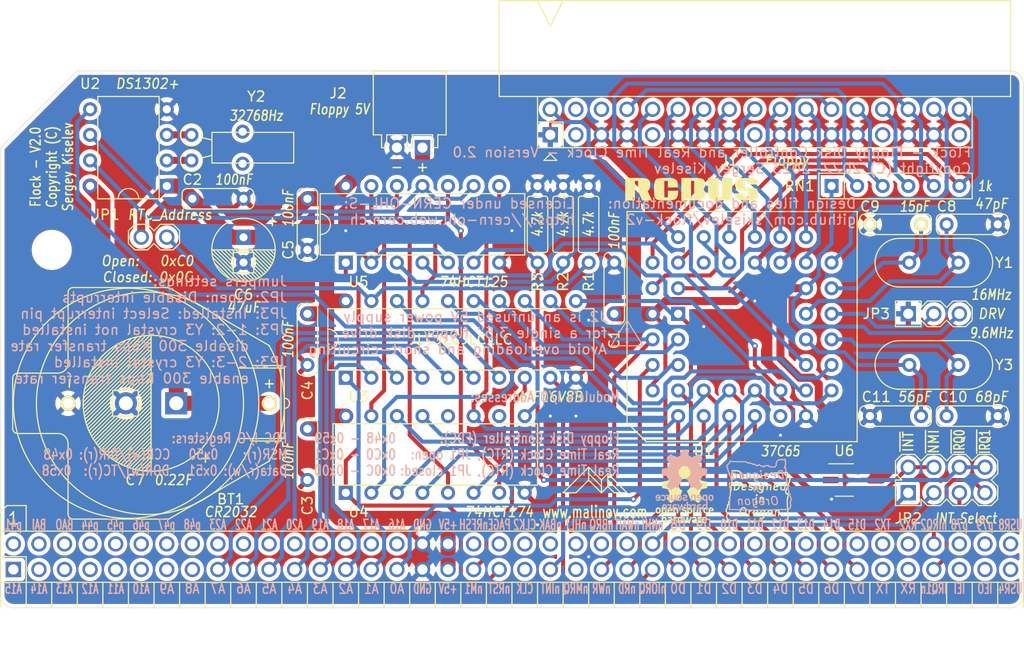
<source format=kicad_pcb>
(kicad_pcb (version 20211014) (generator pcbnew)
  (title_block (title "Z80-FDC: RC2014 Compatible FDC and RTC Module") (date "2023-09-19") (rev "2.0") (company "Designed by Sergey Kiselev") (comment 2 "Licensed under CERN-OHL-S: https://cern-ohl.web.cern.ch") (comment 3 "Documentation and design files: https://github.com/skiselev/Z80-FDC") (comment 4 "Z80-FDC is an open source hardware project"))
  (layers (0 "F.Cu" signal) (31 "B.Cu" signal) (34 "B.Paste" user) (35 "F.Paste" user) (36 "B.SilkS" user "B.Silkscreen") (37 "F.SilkS" user "F.Silkscreen") (38 "B.Mask" user) (39 "F.Mask" user) (44 "Edge.Cuts" user))
  (net 0 "")
  (net 1 "GND")
  (net 2 "VCC")
  (net 3 "/A15")
  (net 4 "/A14")
  (net 5 "/A13")
  (net 6 "/A12")
  (net 7 "/A11")
  (net 8 "/A10")
  (net 9 "/A9")
  (net 10 "/A8")
  (net 11 "/A7")
  (net 12 "/A6")
  (net 13 "/A5")
  (net 14 "/A4")
  (net 15 "/A3")
  (net 16 "/A2")
  (net 17 "/A1")
  (net 18 "/A0")
  (net 19 "/~{M1}")
  (net 20 "/~{RESET}")
  (net 21 "/~{INT}")
  (net 22 "/~{WR}")
  (net 23 "/~{RD}")
  (net 24 "/~{IORQ}")
  (net 25 "/D0")
  (net 26 "/D1")
  (net 27 "/D2")
  (net 28 "/D3")
  (net 29 "/D4")
  (net 30 "/D5")
  (net 31 "/D6")
  (net 32 "/D7")
  (net 33 "/~{RFSH}")
  (net 34 "/~{NMI}")
  (net 35 "Net-(BT1-Pad1)")
  (net 36 "/~{DENSEL}")
  (net 39 "/~{INDEX}")
  (net 40 "/~{MEA}")
  (net 41 "/~{DSB}")
  (net 42 "/~{DSA}")
  (net 43 "/~{MEB}")
  (net 44 "/~{DIR}")
  (net 45 "/~{STEP}")
  (net 46 "/~{WDATA}")
  (net 47 "/~{WE}")
  (net 48 "/~{TRK0}")
  (net 49 "/~{HDSEL}")
  (net 50 "/~{RDATA}")
  (net 51 "/~{WP}")
  (net 52 "/~{DC}")
  (net 53 "/RESET")
  (net 54 "/~{FDC_CS}")
  (net 55 "/~{DACK}")
  (net 57 "/~{DOR_WR}")
  (net 58 "/~{CCR_WR}")
  (net 60 "/RTC_CE")
  (net 61 "/RTC_IO")
  (net 62 "/RTC_CLK")
  (net 63 "/RTC_WE")
  (net 64 "/RTC_IN")
  (net 65 "/~{RTC_WR}")
  (net 66 "/~{RTC_RD}")
  (net 67 "Net-(U2-Pad2)")
  (net 68 "Net-(U2-Pad3)")
  (net 75 "/~{IRQ1}")
  (net 111 "/~{IRQ2}")
  (net 115 "/~{IRQ_OD}")
  (net 116 "/~{IRQ}")
  (net 117 "/IRQ")
  (net 118 "Net-(U1-Pad25)")
  (net 119 "Net-(U1-Pad26)")
  (net 120 "Net-(U1-Pad22)")
  (net 121 "Net-(U1-Pad23)")
  (net 122 "Net-(U1-Pad24)")
  (net 128 "/RTC_ADDR")
  (footprint "MountingHole:MountingHole_3.2mm_M3_DIN965" (layer "F.Cu") (at 130.81 95.25)
    (fp_text reference "H1")
    (fp_text value "3.2mm")
  )
  (footprint "My_Components:Cap_Cer_508" (layer "F.Cu") (at 186.69 99.06 90)
    (fp_text reference "C1")
    (fp_text value "100nF")
  )
  (footprint "My_Components:Cap_Cer_508" (layer "F.Cu") (at 156.21 115.57 90)
    (fp_text reference "C3")
    (fp_text value "100nF")
  )
  (footprint "My_Components:Conn_TE_2-644488-2_2P_2.54mm" (layer "F.Cu") (at 166.37 85.09 180)
    (fp_text reference "J2")
    (fp_text value "Floppy 5V")
  )
  (footprint "My_Components:Cap_Cer_508" (layer "F.Cu") (at 156.21 104.14 -90)
    (fp_text reference "C4")
    (fp_text value "100nF")
  )
  (footprint "My_Components:Cap_Cer_508" (layer "F.Cu") (at 147.32 90.17)
    (fp_text reference "C2")
    (fp_text value "100nF")
  )
  (footprint "My_Components:Cap_Cer_508" (layer "F.Cu") (at 156.21 92.71 -90)
    (fp_text reference "C5")
    (fp_text value "100nF")
  )
  (footprint "My_Components:Cap_Cer_508" (layer "F.Cu") (at 214.63 92.71 180)
    (fp_text reference "C9")
    (fp_text value "15pF")
  )
  (footprint "My_Components:Cap_Elec_Radial_6.3mm" (layer "F.Cu") (at 149.86 95.25 -90)
    (fp_text reference "C6")
    (fp_text value "47uF")
  )
  (footprint "My_Components:IC_DIP20_300" (layer "F.Cu") (at 171.45 104.14)
    (fp_text reference "U3")
    (fp_text value "ATF16V8B")
  )
  (footprint "My_Components:Battery_Holder_CR2032_Universal" (layer "F.Cu") (at 138.43 110.49 180)
    (fp_text reference "BT1")
    (fp_text value "CR2032")
  )
  (footprint "My_Components:Conn_Pin_Header_4x2_2.54mm" (layer "F.Cu") (at 219.71 118.11)
    (fp_text reference "JP2")
    (fp_text value "INT_Select")
  )
  (footprint "My_Components:Crystal_HC-49U_Vert" (layer "F.Cu") (at 218.44 96.52)
    (fp_text reference "Y1")
    (fp_text value "16MHz")
  )
  (footprint "My_Components:Crystal_32K_Horiz" (layer "F.Cu") (at 144.691316 85.0975 90)
    (fp_text reference "Y2")
    (fp_text value "32768Hz")
  )
  (footprint "My_Components:Res_762" (layer "F.Cu") (at 181.61 92.71 -90)
    (fp_text reference "R2")
    (fp_text value "4.7k")
  )
  (footprint "My_Components:IC_DIP14_300" (layer "F.Cu") (at 167.64 92.71)
    (fp_text reference "U5")
    (fp_text value "74HCT125")
  )
  (footprint "My_Components:Cap_Cer_508" (layer "F.Cu") (at 214.63 111.76 180)
    (fp_text reference "C11")
    (fp_text value "56pF")
  )
  (footprint "My_Components:Res_762" (layer "F.Cu") (at 179.07 92.71 -90)
    (fp_text reference "R3")
    (fp_text value "4.7k")
  )
  (footprint "My_Components:IC_DIP8_300" (layer "F.Cu") (at 138.43 85.09 90)
    (fp_text reference "U2")
    (fp_text value "DS1302+")
  )
  (footprint "My_Components:Conn_SIL6" (layer "F.Cu") (at 214.63 88.9)
    (fp_text reference "RN1")
    (fp_text value "1k")
  )
  (footprint "My_Components:Crystal_HC-49U_Vert" (layer "F.Cu") (at 218.44 106.68)
    (fp_text reference "Y3")
    (fp_text value "9.6MHz")
  )
  (footprint "My_Components:Cap_Super_Radial_13.5mm" (layer "F.Cu") (at 140.67973 110.49 180)
    (fp_text reference "C7")
    (fp_text value "0.22F")
  )
  (footprint "My_Components:IC_PLCC44_TH" (layer "F.Cu") (at 199.39 102.87 90)
    (fp_text reference "U1")
    (fp_text value "37C65")
  )
  (footprint "My_Components:Conn_Pin_Header_3x1_2.54mm" (layer "F.Cu") (at 218.44 101.6)
    (fp_text reference "JP3")
    (fp_text value "DRV")
  )
  (footprint "My_Components:IC_DIP16_300" (layer "F.Cu") (at 168.91 115.57)
    (fp_text reference "U4")
    (fp_text value "74HCT174")
  )
  (footprint "My_Components:Res_762" (layer "F.Cu") (at 184.15 92.71 -90)
    (fp_text reference "R1")
    (fp_text value "4.7k")
  )
  (footprint "My_Components:Conn_Pin_Header_17x2_2.54mm_Shrouded_RA" (layer "F.Cu") (at 200.66 82.55)
    (fp_text reference "J1")
    (fp_text value "Floppy")
  )
  (footprint "My_Components:Cap_Cer_508" (layer "F.Cu") (at 222.25 111.76)
    (fp_text reference "C10")
    (fp_text value "68pF")
  )
  (footprint "Package_TO_SOT_SMD:SOT-23-5_HandSoldering" (layer "F.Cu") (at 209.55 118.11)
    (fp_text reference "U6")
    (fp_text value "74LVC1G06")
  )
  (footprint "Symbol:OSHW-Logo_5.7x6mm_SilkScreen" (layer "F.Cu") (at 193.675 119.38)
    (fp_text reference "LOGO1" hide)
    (fp_text value "Logo_Open_Hardware_Small" hide)
  )
  (footprint "My_Components:Cap_Cer_508" (layer "F.Cu") (at 222.25 92.71)
    (fp_text reference "C8")
    (fp_text value "47pF")
  )
  (footprint "My_Components:RCBUS_Logo" (layer "F.Cu") (at 194.6275 89.2175)
    (fp_text reference "LOGO2")
    (fp_text value "RCBUS_Logo" hide)
  )
  (footprint "My_Components:Conn_Pin_Header_40x2_2.54mm_Right_Angle_RCBus80" (layer "F.Cu") (at 175.26 127)
    (fp_text reference "J3")
    (fp_text value "RCBus-80")
  )
  (footprint "My_Components:Conn_Pin_Header_2x1_2.54mm_NoKey" (layer "F.Cu") (at 140.97 93.98)
    (fp_text reference "JP1")
    (fp_text value "RTC_Address")
  )
  (footprint "Symbol:OSHW-Logo_5.7x6mm_SilkScreen" (layer "B.Cu") (at 193.675 118.11 180)
    (fp_text reference "LOGO1" hide)
    (fp_text value "Logo_Open_Hardware_Small" hide)
  )
  (gr_line (start 187.96 102.235) (end 186.3725 104.775) (layer "B.SilkS") (width 0.12))
  (gr_line (start 202.776885 116.576523) (end 202.776885 116.464903) (layer "B.SilkS") (width 0.12))
  (gr_line (start 203.350835 116.055543) (end 203.44344 116.111393) (layer "B.SilkS") (width 0.12))
  (gr_line (start 203.147165 116.111393) (end 203.276835 116.074143) (layer "B.SilkS") (width 0.12))
  (gr_line (start 203.51751 116.092693) (end 203.684185 116.055543) (layer "B.SilkS") (width 0.12))
  (gr_line (start 203.276835 116.074143) (end 203.350835 116.055543) (layer "B.SilkS") (width 0.12))
  (gr_line (start 202.83242 116.278728) (end 202.90649 116.185793) (layer "B.SilkS") (width 0.12))
  (gr_line (start 202.90649 116.185793) (end 203.07309 116.092693) (layer "B.SilkS") (width 0.12))
  (gr_line (start 203.07309 116.092693) (end 203.147165 116.111393) (layer "B.SilkS") (width 0.12))
  (gr_line (start 202.75835 116.706733) (end 202.776885 116.576523) (layer "B.SilkS") (width 0.12))
  (gr_line (start 203.44344 116.111393) (end 203.51751 116.092693) (layer "B.SilkS") (width 0.12))
  (gr_line (start 202.776885 116.464903) (end 202.83242 116.278728) (layer "B.SilkS") (width 0.12))
  (gr_line (start 198.166225 118.697603) (end 198.129275 118.567303) (layer "B.SilkS") (width 0.12))
  (gr_line (start 199.610565 121.079121) (end 198.795825 121.060517) (layer "B.SilkS") (width 0.12))
  (gr_line (start 202.79535 121.060517) (end 202.165785 121.079121) (layer "B.SilkS") (width 0.12))
  (gr_line (start 198.369925 118.213768) (end 198.351425 118.083608) (layer "B.SilkS") (width 0.12))
  (gr_line (start 198.295825 118.362658) (end 198.369925 118.213768) (layer "B.SilkS") (width 0.12))
  (gr_line (start 201.258495 121.097656) (end 199.610565 121.079121) (layer "B.SilkS") (width 0.12))
  (gr_line (start 203.610115 121.041845) (end 203.2583 121.041845) (layer "B.SilkS") (width 0.12))
  (gr_line (start 203.2583 121.041845) (end 202.79535 121.060517) (layer "B.SilkS") (width 0.12))
  (gr_line (start 198.221775 118.902228) (end 198.147725 118.809148) (layer "B.SilkS") (width 0.12))
  (gr_line (start 198.129275 121.02331) (end 198.221775 118.902228) (layer "B.SilkS") (width 0.12))
  (gr_line (start 198.147725 118.809148) (end 198.166225 118.697603) (layer "B.SilkS") (width 0.12))
  (gr_line (start 198.795825 121.060517) (end 198.129275 121.02331) (layer "B.SilkS") (width 0.12))
  (gr_line (start 202.165785 121.079121) (end 201.258495 121.097656) (layer "B.SilkS") (width 0.12))
  (gr_line (start 198.184775 118.381263) (end 198.295825 118.362658) (layer "B.SilkS") (width 0.12))
  (gr_line (start 198.110725 118.455753) (end 198.184775 118.381263) (layer "B.SilkS") (width 0.12))
  (gr_line (start 198.129275 118.567303) (end 198.110725 118.455753) (layer "B.SilkS") (width 0.12))
  (gr_line (start 198.036625 116.520713) (end 198.092175 116.446228) (layer "B.SilkS") (width 0.12))
  (gr_line (start 200.536325 116.539308) (end 200.550665 116.539308) (layer "B.SilkS") (width 0.12))
  (gr_line (start 197.951076 116.930253) (end 197.920975 116.843928) (layer "B.SilkS") (width 0.12))
  (gr_line (start 202.517611 116.818373) (end 202.68428 116.781153) (layer "B.SilkS") (width 0.12))
  (gr_line (start 198.240325 117.823098) (end 198.110725 117.544033) (layer "B.SilkS") (width 0.12))
  (gr_line (start 198.129275 117.450954) (end 198.114625 117.427389) (layer "B.SilkS") (width 0.12))
  (gr_line (start 200.453105 116.530008) (end 200.487815 116.536343) (layer "B.SilkS") (width 0.12))
  (gr_line (start 202.313935 116.818373) (end 202.517611 116.818373) (layer "B.SilkS") (width 0.12))
  (gr_line (start 197.888475 116.781153) (end 197.888475 116.781153) (layer "B.SilkS") (width 0.12))
  (gr_line (start 202.14732 116.799693) (end 202.313935 116.818373) (layer "B.SilkS") (width 0.12))
  (gr_line (start 201.999185 116.669533) (end 202.073255 116.743883) (layer "B.SilkS") (width 0.12))
  (gr_line (start 201.776975 116.688073) (end 201.999185 116.669533) (layer "B.SilkS") (width 0.12))
  (gr_line (start 200.943745 116.688073) (end 201.05482 116.576523) (layer "B.SilkS") (width 0.12))
  (gr_line (start 200.795615 116.669533) (end 200.943745 116.688073) (layer "B.SilkS") (width 0.12))
  (gr_line (start 200.70301 116.576523) (end 200.70301 116.576523) (layer "B.SilkS") (width 0.12))
  (gr_line (start 200.647465 116.557913) (end 200.687436 116.570668) (layer "B.SilkS") (width 0.12))
  (gr_line (start 200.11052 116.409078) (end 200.25858 116.446228) (layer "B.SilkS") (width 0.12))
  (gr_line (start 200.59365 116.545093) (end 200.647465 116.557913) (layer "B.SilkS") (width 0.12))
  (gr_line (start 198.351425 118.083608) (end 198.240325 117.823098) (layer "B.SilkS") (width 0.12))
  (gr_line (start 197.975175 117.027478) (end 197.951076 116.930253) (layer "B.SilkS") (width 0.12))
  (gr_line (start 200.550665 116.539308) (end 200.59365 116.545093) (layer "B.SilkS") (width 0.12))
  (gr_line (start 198.462525 116.278728) (end 199.369825 116.297388) (layer "B.SilkS") (width 0.12))
  (gr_line (start 198.164125 117.545833) (end 198.165425 117.528268) (layer "B.SilkS") (width 0.12))
  (gr_line (start 200.487815 116.536343) (end 200.524205 116.539308) (layer "B.SilkS") (width 0.12))
  (gr_line (start 198.136275 117.462263) (end 198.129275 117.450954) (layer "B.SilkS") (width 0.12))
  (gr_line (start 200.25858 116.446228) (end 200.42527 116.520713) (layer "B.SilkS") (width 0.12))
  (gr_line (start 198.165425 117.528268) (end 198.155075 117.497663) (layer "B.SilkS") (width 0.12))
  (gr_line (start 198.092175 116.446228) (end 198.203325 116.315998) (layer "B.SilkS") (width 0.12))
  (gr_line (start 199.94385 116.427688) (end 200.11052 116.409078) (layer "B.SilkS") (width 0.12))
  (gr_line (start 197.920975 116.843928) (end 197.897775 116.795968) (layer "B.SilkS") (width 0.12))
  (gr_line (start 201.62884 116.706733) (end 201.776975 116.688073) (layer "B.SilkS") (width 0.12))
  (gr_line (start 198.154725 117.553278) (end 198.164125 117.545833) (layer "B.SilkS") (width 0.12))
  (gr_line (start 201.49923 116.743883) (end 201.536235 116.818373) (layer "B.SilkS") (width 0.12))
  (gr_line (start 201.31402 116.743883) (end 201.49923 116.743883) (layer "B.SilkS") (width 0.12))
  (gr_line (start 197.981125 117.060273) (end 197.975175 117.027478) (layer "B.SilkS") (width 0.12))
  (gr_line (start 200.687436 116.570668) (end 200.70301 116.576523) (layer "B.SilkS") (width 0.12))
  (gr_line (start 199.81424 116.297388) (end 199.94385 116.427688) (layer "B.SilkS") (width 0.12))
  (gr_line (start 198.115325 117.546098) (end 198.126625 117.550383) (layer "B.SilkS") (width 0.12))
  (gr_line (start 197.888475 116.650923) (end 198.036625 116.520713) (layer "B.SilkS") (width 0.12))
  (gr_line (start 198.034375 117.276489) (end 198.006875 117.186708) (layer "B.SilkS") (width 0.12))
  (gr_line (start 197.986875 117.091968) (end 197.981125 117.060273) (layer "B.SilkS") (width 0.12))
  (gr_line (start 200.42527 116.520713) (end 200.42527 116.520713) (layer "B.SilkS") (width 0.12))
  (gr_line (start 198.006875 117.186708) (end 197.986875 117.091968) (layer "B.SilkS") (width 0.12))
  (gr_line (start 198.203325 116.315998) (end 198.221775 116.241578) (layer "B.SilkS") (width 0.12))
  (gr_line (start 197.888475 116.781153) (end 197.888475 116.650923) (layer "B.SilkS") (width 0.12))
  (gr_line (start 201.05482 116.576523) (end 201.31402 116.743883) (layer "B.SilkS") (width 0.12))
  (gr_line (start 200.70301 116.576523) (end 200.795615 116.669533) (layer "B.SilkS") (width 0.12))
  (gr_line (start 200.42527 116.520713) (end 200.43222 116.523608) (layer "B.SilkS") (width 0.12))
  (gr_line (start 200.43222 116.523608) (end 200.453105 116.530008) (layer "B.SilkS") (width 0.12))
  (gr_line (start 200.524205 116.539308) (end 200.536325 116.539308) (layer "B.SilkS") (width 0.12))
  (gr_line (start 197.897775 116.795968) (end 197.888475 116.781153) (layer "B.SilkS") (width 0.12))
  (gr_line (start 198.110725 117.544033) (end 198.110725 117.544033) (layer "B.SilkS") (width 0.12))
  (gr_line (start 198.462525 116.260188) (end 198.462525 116.278728) (layer "B.SilkS") (width 0.12))
  (gr_line (start 198.126625 117.550383) (end 198.141025 117.553824) (layer "B.SilkS") (width 0.12))
  (gr_line (start 198.221775 116.241578) (end 198.462525 116.260188) (layer "B.SilkS") (width 0.12))
  (gr_line (start 199.369825 116.297388) (end 199.81424 116.297388) (layer "B.SilkS") (width 0.12))
  (gr_line (start 198.072275 117.355863) (end 198.034375 117.276489) (layer "B.SilkS") (width 0.12))
  (gr_line (start 198.141025 117.553824) (end 198.154725 117.553278) (layer "B.SilkS") (width 0.12))
  (gr_line (start 198.110725 117.544033) (end 198.115325 117.546098) (layer "B.SilkS") (width 0.12))
  (gr_line (start 198.155075 117.497663) (end 198.136275 117.462263) (layer "B.SilkS") (width 0.12))
  (gr_line (start 202.68428 116.781153) (end 202.75835 116.706733) (layer "B.SilkS") (width 0.12))
  (gr_line (start 201.536235 116.818373) (end 201.62884 116.706733) (layer "B.SilkS") (width 0.12))
  (gr_line (start 202.073255 116.743883) (end 202.14732 116.799693) (layer "B.SilkS") (width 0.12))
  (gr_line (start 198.114625 117.427389) (end 198.072275 117.355863) (layer "B.SilkS") (width 0.12))
  (gr_line (start 203.684185 116.055543) (end 203.66565 116.260188) (layer "B.SilkS") (width 0.12))
  (gr_line (start 204.202602 120.223289) (end 204.165601 120.334843) (layer "B.SilkS") (width 0.12))
  (gr_line (start 203.81379 117.990598) (end 203.85079 118.176638) (layer "B.SilkS") (width 0.12))
  (gr_line (start 204.295206 120.092998) (end 204.202602 120.223289) (layer "B.SilkS") (width 0.12))
  (gr_line (start 203.795255 117.823098) (end 203.81379 117.897574) (layer "B.SilkS") (width 0.12))
  (gr_line (start 204.147068 119.702323) (end 204.202602 119.813943) (layer "B.SilkS") (width 0.12))
  (gr_line (start 203.998928 119.125538) (end 204.035998 119.218493) (layer "B.SilkS") (width 0.12))
  (gr_line (start 203.943394 119.032458) (end 203.998928 119.125538) (layer "B.SilkS") (width 0.12))
  (gr_line (start 203.961928 118.790613) (end 203.943394 118.902228) (layer "B.SilkS") (width 0.12))
  (gr_line (start 203.887856 118.604573) (end 203.924859 118.678923) (layer "B.SilkS") (width 0.12))
  (gr_line (start 203.869325 118.381263) (end 203.887856 118.604573) (layer "B.SilkS") (width 0.12))
  (gr_line (start 203.721185 116.874253) (end 203.73972 117.246309) (layer "B.SilkS") (width 0.12))
  (gr_line (start 203.85079 118.176638) (end 203.869325 118.381263) (layer "B.SilkS") (width 0.12))
  (gr_line (start 203.81379 117.897574) (end 203.77672 117.971918) (layer "B.SilkS") (width 0.12))
  (gr_line (start 203.73972 117.246309) (end 203.758255 117.395073) (layer "B.SilkS") (width 0.12))
  (gr_line (start 203.647115 116.725343) (end 203.66565 116.725343) (layer "B.SilkS") (width 0.12))
  (gr_line (start 203.66565 116.260188) (end 203.721185 116.315998) (layer "B.SilkS") (width 0.12))
  (gr_line (start 203.62858 116.930063) (end 203.721185 116.874253) (layer "B.SilkS") (width 0.12))
  (gr_line (start 203.998928 121.02331) (end 203.610115 121.041845) (layer "B.SilkS") (width 0.12))
  (gr_line (start 204.017463 121.004708) (end 203.998928 121.02331) (layer "B.SilkS") (width 0.12))
  (gr_line (start 203.980393 119.404603) (end 204.128533 119.460408) (layer "B.SilkS") (width 0.12))
  (gr_line (start 204.221137 120.595358) (end 204.221137 120.688378) (layer "B.SilkS") (width 0.12))
  (gr_line (start 204.165601 120.334843) (end 204.202602 120.483738) (layer "B.SilkS") (width 0.12))
  (gr_line (start 204.147068 119.479013) (end 204.147068 119.702323) (layer "B.SilkS") (width 0.12))
  (gr_line (start 203.62858 116.855503) (end 203.62858 116.930063) (layer "B.SilkS") (width 0.12))
  (gr_line (start 203.924859 118.678923) (end 203.961928 118.790613) (layer "B.SilkS") (width 0.12))
  (gr_line (start 203.721185 116.315998) (end 203.70265 116.557843) (layer "B.SilkS") (width 0.12))
  (gr_line (start 203.758255 117.395073) (end 203.795255 117.618383) (layer "B.SilkS") (width 0.12))
  (gr_line (start 204.165601 120.855879) (end 204.110067 120.9675) (layer "B.SilkS") (width 0.12))
  (gr_line (start 204.202602 119.813943) (end 204.276672 119.981308) (layer "B.SilkS") (width 0.12))
  (gr_line (start 203.795255 117.618383) (end 203.81379 117.711464) (layer "B.SilkS") (width 0.12))
  (gr_line (start 203.81379 117.711464) (end 203.795255 117.823098) (layer "B.SilkS") (width 0.12))
  (gr_line (start 204.017463 119.311573) (end 203.980393 119.404603) (layer "B.SilkS") (width 0.12))
  (gr_line (start 204.035998 119.218493) (end 204.017463 119.311573) (layer "B.SilkS") (width 0.12))
  (gr_line (start 203.943394 118.902228) (end 203.943394 119.032458) (layer "B.SilkS") (width 0.12))
  (gr_line (start 203.70265 116.632333) (end 203.647115 116.725343) (layer "B.SilkS") (width 0.12))
  (gr_line (start 203.70265 116.557843) (end 203.70265 116.632333) (layer "B.SilkS") (width 0.12))
  (gr_line (start 203.77672 117.971918) (end 203.81379 117.990598) (layer "B.SilkS") (width 0.12))
  (gr_line (start 203.66565 116.725343) (end 203.62858 116.855503) (layer "B.SilkS") (width 0.12))
  (gr_line (start 204.110067 120.9675) (end 204.017463 121.004708) (layer "B.SilkS") (width 0.12))
  (gr_line (start 204.221137 120.688378) (end 204.165601 120.855879) (layer "B.SilkS") (width 0.12))
  (gr_line (start 204.128533 119.460408) (end 204.147068 119.479013) (layer "B.SilkS") (width 0.12))
  (gr_line (start 204.202602 120.483738) (end 204.221137 120.595358) (layer "B.SilkS") (width 0.12))
  (gr_line (start 204.276672 119.981308) (end 204.295206 120.092998) (layer "B.SilkS") (width 0.12))
  (gr_line (start 186.3725 104.775) (end 189.5475 104.775) (layer "B.SilkS") (width 0.12))
  (gr_line (start 189.5475 104.775) (end 187.96 102.235) (layer "B.SilkS") (width 0.12))
  (gr_line (start 181.61 119.38) (end 184.15 116.84) (layer "F.SilkS") (width 0.12))
  (gr_line (start 186.055 118.745) (end 185.42 119.38) (layer "F.SilkS") (width 0.12))
  (gr_line (start 186.69 119.38) (end 186.055 118.745) (layer "F.SilkS") (width 0.12))
  (gr_line (start 187.96 119.38) (end 186.69 119.38) (layer "F.SilkS") (width 0.12))
  (gr_line (start 182.88 119.38) (end 181.61 119.38) (layer "F.SilkS") (width 0.12))
  (gr_line (start 185.42 119.38) (end 184.15 118.11) (layer "F.SilkS") (width 0.12))
  (gr_line (start 184.15 116.84) (end 185.42 118.11) (layer "F.SilkS") (width 0.12))
  (gr_line (start 184.15 118.11) (end 182.88 119.38) (layer "F.SilkS") (width 0.12))
  (gr_line (start 186.055 117.475) (end 187.96 119.38) (layer "F.SilkS") (width 0.12))
  (gr_line (start 185.42 118.11) (end 186.055 117.475) (layer "F.SilkS") (width 0.12))
  (gr_line (start 186.055 117.475) (end 186.055 118.745) (layer "F.SilkS") (width 0.12))
  (gr_line (start 186.055 118.11) (end 187.325 119.38) (layer "F.SilkS") (width 0.12))
  (gr_line (start 185.42 118.11) (end 185.42 119.38) (layer "F.SilkS") (width 0.12))
  (gr_line (start 184.15 117.475) (end 185.42 118.745) (layer "F.SilkS") (width 0.12))
  (gr_line (start 184.15 116.84) (end 184.15 118.11) (layer "F.SilkS") (width 0.12))
  (gr_line (start 199.184125 117.298985) (end 199.258195 117.39192) (layer "F.SilkS") (width 0.12))
  (gr_line (start 203.79479 119.47585) (end 203.90584 119.494455) (layer "F.SilkS") (width 0.12))
  (gr_line (start 204.10949 118.173465) (end 204.10374 118.20516) (layer "F.SilkS") (width 0.12))
  (gr_line (start 198.147221 120.14565) (end 198.147221 120.01542) (layer "F.SilkS") (width 0.12))
  (gr_line (start 204.20214 117.764115) (end 204.20214 117.894345) (layer "F.SilkS") (width 0.12))
  (gr_line (start 198.36943 117.42919) (end 198.424965 117.37338) (layer "F.SilkS") (width 0.12))
  (gr_line (start 204.08374 118.2999) (end 204.05624 118.389681) (layer "F.SilkS") (width 0.12))
  (gr_line (start 201.658395 117.6368) (end 201.665345 117.633905) (layer "F.SilkS") (width 0.12))
  (gr_line (start 204.20214 117.894345) (end 204.20214 117.894345) (layer "F.SilkS") (width 0.12))
  (gr_line (start 197.962082 120.5736) (end 198.110222 120.517795) (layer "F.SilkS") (width 0.12))
  (gr_line (start 201.63751 117.6432) (end 201.658395 117.6368) (layer "F.SilkS") (width 0.12))
  (gr_line (start 201.44315 117.671105) (end 201.496965 117.658285) (layer "F.SilkS") (width 0.12))
  (gr_line (start 198.091687 120.23873) (end 198.147221 120.14565) (layer "F.SilkS") (width 0.12))
  (gr_line (start 203.97529 118.65929) (end 203.97989 118.657225) (layer "F.SilkS") (width 0.12))
  (gr_line (start 199.295265 122.173709) (end 198.832315 122.155037) (layer "F.SilkS") (width 0.12))
  (gr_line (start 198.239825 119.28983) (end 198.276825 119.10379) (layer "F.SilkS") (width 0.12))
  (gr_line (start 203.93589 118.66647) (end 203.94959 118.667016) (layer "F.SilkS") (width 0.12))
  (gr_line (start 201.832035 117.55942) (end 201.980095 117.52227) (layer "F.SilkS") (width 0.12))
  (gr_line (start 203.62809 117.37338) (end 203.86884 117.35477) (layer "F.SilkS") (width 0.12))
  (gr_line (start 201.295 117.782725) (end 201.387605 117.689715) (layer "F.SilkS") (width 0.12))
  (gr_line (start 199.31373 117.578095) (end 199.31373 117.689715) (layer "F.SilkS") (width 0.12))
  (gr_line (start 203.96399 118.663575) (end 203.97529 118.65929) (layer "F.SilkS") (width 0.12))
  (gr_line (start 198.647175 117.224585) (end 198.73978 117.168735) (layer "F.SilkS") (width 0.12))
  (gr_line (start 198.313895 119.08511) (end 198.276825 119.010766) (layer "F.SilkS") (width 0.12))
  (gr_line (start 204.11544 118.14067) (end 204.10949 118.173465) (layer "F.SilkS") (width 0.12))
  (gr_line (start 203.73919 119.1968) (end 203.72069 119.32696) (layer "F.SilkS") (width 0.12))
  (gr_line (start 198.073152 122.1179) (end 197.980548 122.080692) (layer "F.SilkS") (width 0.12))
  (gr_line (start 198.110222 120.517795) (end 198.073152 120.424765) (layer "F.SilkS") (width 0.12))
  (gr_line (start 199.77668 117.931565) (end 199.943295 117.912885) (layer "F.SilkS") (width 0.12))
  (gr_line (start 198.073152 120.424765) (end 198.054617 120.331685) (layer "F.SilkS") (width 0.12))
  (gr_line (start 204.20214 117.894345) (end 204.19284 117.90916) (layer "F.SilkS") (width 0.12))
  (gr_line (start 198.054617 120.331685) (end 198.091687 120.23873) (layer "F.SilkS") (width 0.12))
  (gr_line (start 204.139539 118.043445) (end 204.11544 118.14067) (layer "F.SilkS") (width 0.12))
  (gr_line (start 198.462035 118.043255) (end 198.462035 117.968695) (layer "F.SilkS") (width 0.12))
  (gr_line (start 197.813943 121.0945) (end 197.888013 120.927135) (layer "F.SilkS") (width 0.12))
  (gr_line (start 197.925014 121.448035) (end 197.888013 121.336481) (layer "F.SilkS") (width 0.12))
  (gr_line (start 201.665345 117.633905) (end 201.832035 117.55942) (layer "F.SilkS") (width 0.12))
  (gr_line (start 203.94289 119.92234) (end 203.86884 120.01542) (layer "F.SilkS") (width 0.12))
  (gr_line (start 200.01736 117.857075) (end 200.09143 117.782725) (layer "F.SilkS") (width 0.12))
  (gr_line (start 199.332265 117.819925) (end 199.406335 117.894345) (layer "F.SilkS") (width 0.12))
  (gr_line (start 198.424965 117.37338) (end 198.40643 117.168735) (layer "F.SilkS") (width 0.12))
  (gr_line (start 202.276375 117.41058) (end 202.72079 117.41058) (layer "F.SilkS") (width 0.12))
  (gr_line (start 203.92519 118.64146) (end 203.92649 118.659025) (layer "F.SilkS") (width 0.12))
  (gr_line (start 198.387965 117.671035) (end 198.36943 117.42919) (layer "F.SilkS") (width 0.12))
  (gr_line (start 203.96134 118.564146) (end 203.95434 118.575455) (layer "F.SilkS") (width 0.12))
  (gr_line (start 198.128687 119.903805) (end 198.165756 119.792115) (layer "F.SilkS") (width 0.12))
  (gr_line (start 204.05399 117.633905) (end 204.20214 117.764115) (layer "F.SilkS") (width 0.12))
  (gr_line (start 197.795409 121.20619) (end 197.813943 121.0945) (layer "F.SilkS") (width 0.12))
  (gr_line (start 203.96134 119.680495) (end 203.92439 119.810795) (layer "F.SilkS") (width 0.12))
  (gr_line (start 201.387605 117.689715) (end 201.387605 117.689715) (layer "F.SilkS") (width 0.12))
  (gr_line (start 198.22129 119.494455) (end 198.239825 119.28983) (layer "F.SilkS") (width 0.12))
  (gr_line (start 204.10374 118.20516) (end 204.08374 118.2999) (layer "F.SilkS") (width 0.12))
  (gr_line (start 198.202759 119.717765) (end 198.22129 119.494455) (layer "F.SilkS") (width 0.12))
  (gr_line (start 197.888013 121.59693) (end 197.925014 121.448035) (layer "F.SilkS") (width 0.12))
  (gr_line (start 201.496965 117.658285) (end 201.53995 117.6525) (layer "F.SilkS") (width 0.12))
  (gr_line (start 200.83212 122.210848) (end 199.92483 122.192313) (layer "F.SilkS") (width 0.12))
  (gr_line (start 203.90584 119.494455) (end 203.97989 119.568945) (layer "F.SilkS") (width 0.12))
  (gr_line (start 204.05624 118.389681) (end 204.01834 118.469055) (layer "F.SilkS") (width 0.12))
  (gr_line (start 199.406335 117.894345) (end 199.573004 117.931565) (layer "F.SilkS") (width 0.12))
  (gr_line (start 198.81378 117.187335) (end 198.94345 117.224585) (layer "F.SilkS") (width 0.12))
  (gr_line (start 203.96134 122.136502) (end 203.29479 122.173709) (layer "F.SilkS") (width 0.12))
  (gr_line (start 199.017525 117.205885) (end 199.184125 117.298985) (layer "F.SilkS") (width 0.12))
  (gr_line (start 201.53995 117.6525) (end 201.55429 117.6525) (layer "F.SilkS") (width 0.12))
  (gr_line (start 198.36943 117.987445) (end 198.462035 118.043255) (layer "F.SilkS") (width 0.12))
  (gr_line (start 203.92439 119.810795) (end 203.94289 119.92234) (layer "F.SilkS") (width 0.12))
  (gr_line (start 203.95434 118.575455) (end 203.93554 118.610855) (layer "F.SilkS") (width 0.12))
  (gr_line (start 199.258195 117.39192) (end 199.31373 117.578095) (layer "F.SilkS") (width 0.12))
  (gr_line (start 197.943547 120.815515) (end 197.943547 120.592205) (layer "F.SilkS") (width 0.12))
  (gr_line (start 199.943295 117.912885) (end 200.01736 117.857075) (layer "F.SilkS") (width 0.12))
  (gr_line (start 197.869478 121.70855) (end 197.888013 121.59693) (layer "F.SilkS") (width 0.12))
  (gr_line (start 200.31364 117.801265) (end 200.461775 117.819925) (layer "F.SilkS") (width 0.12))
  (gr_line (start 201.14687 117.801265) (end 201.295 117.782725) (layer "F.SilkS") (width 0.12))
  (gr_line (start 203.29479 122.173709) (end 202.48005 122.192313) (layer "F.SilkS") (width 0.12))
  (gr_line (start 197.888013 120.927135) (end 197.943547 120.815515) (layer "F.SilkS") (width 0.12))
  (gr_line (start 198.387965 117.745525) (end 198.387965 117.671035) (layer "F.SilkS") (width 0.12))
  (gr_line (start 201.403179 117.68386) (end 201.44315 117.671105) (layer "F.SilkS") (width 0.12))
  (gr_line (start 197.869478 121.80157) (end 197.869478 121.70855) (layer "F.SilkS") (width 0.12))
  (gr_line (start 202.48005 122.192313) (end 200.83212 122.210848) (layer "F.SilkS") (width 0.12))
  (gr_line (start 202.146765 117.54088) (end 202.276375 117.41058) (layer "F.SilkS") (width 0.12))
  (gr_line (start 198.276825 119.10379) (end 198.313895 119.08511) (layer "F.SilkS") (width 0.12))
  (gr_line (start 201.6028 117.649535) (end 201.63751 117.6432) (layer "F.SilkS") (width 0.12))
  (gr_line (start 202.72079 117.41058) (end 203.62809 117.39192) (layer "F.SilkS") (width 0.12))
  (gr_line (start 201.665345 117.633905) (end 201.665345 117.633905) (layer "F.SilkS") (width 0.12))
  (gr_line (start 204.16964 117.95712) (end 204.139539 118.043445) (layer "F.SilkS") (width 0.12))
  (gr_line (start 200.776595 117.857075) (end 201.035795 117.689715) (layer "F.SilkS") (width 0.12))
  (gr_line (start 199.31373 117.689715) (end 199.332265 117.819925) (layer "F.SilkS") (width 0.12))
  (gr_line (start 203.86884 120.01542) (end 203.96134 122.136502) (layer "F.SilkS") (width 0.12))
  (gr_line (start 203.92649 118.659025) (end 203.93589 118.66647) (layer "F.SilkS") (width 0.12))
  (gr_line (start 200.591385 117.857075) (end 200.776595 117.857075) (layer "F.SilkS") (width 0.12))
  (gr_line (start 198.462035 117.968695) (end 198.424965 117.838535) (layer "F.SilkS") (width 0.12))
  (gr_line (start 198.276825 119.010766) (end 198.29536 118.93629) (layer "F.SilkS") (width 0.12))
  (gr_line (start 203.88729 117.42919) (end 203.99844 117.55942) (layer "F.SilkS") (width 0.12))
  (gr_line (start 198.165756 119.792115) (end 198.202759 119.717765) (layer "F.SilkS") (width 0.12))
  (gr_line (start 203.93554 118.610855) (end 203.92519 118.64146) (layer "F.SilkS") (width 0.12))
  (gr_line (start 204.01834 118.469055) (end 203.97599 118.540581) (layer "F.SilkS") (width 0.12))
  (gr_line (start 203.94959 118.667016) (end 203.96399 118.663575) (layer "F.SilkS") (width 0.12))
  (gr_line (start 201.56641 117.6525) (end 201.6028 117.649535) (layer "F.SilkS") (width 0.12))
  (gr_line (start 203.72069 119.32696) (end 203.79479 119.47585) (layer "F.SilkS") (width 0.12))
  (gr_line (start 198.4435 117.838535) (end 198.387965 117.745525) (layer "F.SilkS") (width 0.12))
  (gr_line (start 198.424965 117.838535) (end 198.4435 117.838535) (layer "F.SilkS") (width 0.12))
  (gr_line (start 200.09143 117.782725) (end 200.31364 117.801265) (layer "F.SilkS") (width 0.12))
  (gr_line (start 204.19284 117.90916) (end 204.16964 117.95712) (layer "F.SilkS") (width 0.12))
  (gr_line (start 198.091687 122.136502) (end 198.073152 122.1179) (layer "F.SilkS") (width 0.12))
  (gr_line (start 203.99844 117.55942) (end 204.05399 117.633905) (layer "F.SilkS") (width 0.12))
  (gr_line (start 203.97989 118.657225) (end 203.97989 118.657225) (layer "F.SilkS") (width 0.12))
  (gr_line (start 199.573004 117.931565) (end 199.77668 117.931565) (layer "F.SilkS") (width 0.12))
  (gr_line (start 197.980548 122.080692) (end 197.925014 121.969071) (layer "F.SilkS") (width 0.12))
  (gr_line (start 198.350895 118.359501) (end 198.36943 117.987445) (layer "F.SilkS") (width 0.12))
  (gr_line (start 198.94345 117.224585) (end 199.017525 117.205885) (layer "F.SilkS") (width 0.12))
  (gr_line (start 203.62809 117.39192) (end 203.62809 117.37338) (layer "F.SilkS") (width 0.12))
  (gr_line (start 200.55438 117.931565) (end 200.591385 117.857075) (layer "F.SilkS") (width 0.12))
  (gr_line (start 198.276825 118.824656) (end 198.29536 118.731575) (layer "F.SilkS") (width 0.12))
  (gr_line (start 203.97989 119.568945) (end 203.96134 119.680495) (layer "F.SilkS") (width 0.12))
  (gr_line (start 198.573105 117.205885) (end 198.647175 117.224585) (layer "F.SilkS") (width 0.12))
  (gr_line (start 200.461775 117.819925) (end 200.55438 117.931565) (layer "F.SilkS") (width 0.12))
  (gr_line (start 198.33236 118.508265) (end 198.350895 118.359501) (layer "F.SilkS") (width 0.12))
  (gr_line (start 201.035795 117.689715) (end 201.14687 117.801265) (layer "F.SilkS") (width 0.12))
  (gr_line (start 199.92483 122.192313) (end 199.295265 122.173709) (layer "F.SilkS") (width 0.12))
  (gr_line (start 198.4805 122.155037) (end 198.091687 122.136502) (layer "F.SilkS") (width 0.12))
  (gr_line (start 198.147221 120.01542) (end 198.128687 119.903805) (layer "F.SilkS") (width 0.12))
  (gr_line (start 203.85029 118.93629) (end 203.73919 119.1968) (layer "F.SilkS") (width 0.12))
  (gr_line (start 203.86884 117.35477) (end 203.88729 117.42919) (layer "F.SilkS") (width 0.12))
  (gr_line (start 201.55429 117.6525) (end 201.56641 117.6525) (layer "F.SilkS") (width 0.12))
  (gr_line (start 203.97989 118.657225) (end 203.85029 118.93629) (layer "F.SilkS") (width 0.12))
  (gr_line (start 198.73978 117.168735) (end 198.81378 117.187335) (layer "F.SilkS") (width 0.12))
  (gr_line (start 198.40643 117.168735) (end 198.573105 117.205885) (layer "F.SilkS") (width 0.12))
  (gr_line (start 201.387605 117.689715) (end 201.403179 117.68386) (layer "F.SilkS") (width 0.12))
  (gr_line (start 197.925014 121.969071) (end 197.869478 121.80157) (layer "F.SilkS") (width 0.12))
  (gr_line (start 197.943547 120.592205) (end 197.962082 120.5736) (layer "F.SilkS") (width 0.12))
  (gr_line (start 197.888013 121.336481) (end 197.795409 121.20619) (layer "F.SilkS") (width 0.12))
  (gr_line (start 201.980095 117.52227) (end 202.146765 117.54088) (layer "F.SilkS") (width 0.12))
  (gr_line (start 198.832315 122.155037) (end 198.4805 122.155037) (layer "F.SilkS") (width 0.12))
  (gr_line (start 198.29536 118.731575) (end 198.33236 118.508265) (layer "F.SilkS") (width 0.12))
  (gr_line (start 198.29536 118.93629) (end 198.276825 118.824656) (layer "F.SilkS") (width 0.12))
  (gr_line (start 203.97599 118.540581) (end 203.96134 118.564146) (layer "F.SilkS") (width 0.12))
  (gr_line (start 227.33 78.74) (end 227.33 129.54) (layer "Edge.Cuts") (width 0.05))
  (gr_arc (start 127 130.81) (mid 126.101974 130.438026) (end 125.73 129.54) (layer "Edge.Cuts") (width 0.05))
  (gr_arc (start 227.33 129.54) (mid 226.958026 130.438026) (end 226.06 130.81) (layer "Edge.Cuts") (width 0.05))
  (gr_line (start 125.73 129.54) (end 125.73 85.09) (layer "Edge.Cuts") (width 0.05))
  (gr_line (start 226.06 130.81) (end 127 130.81) (layer "Edge.Cuts") (width 0.05))
  (gr_arc (start 226.06 77.47) (mid 226.958026 77.841974) (end 227.33 78.74) (layer "Edge.Cuts") (width 0.05))
  (gr_line (start 133.35 77.47) (end 125.73 85.09) (layer "Edge.Cuts") (width 0.05))
  (gr_line (start 133.35 77.47) (end 226.06 77.47) (layer "Edge.Cuts") (width 0.05))
  (gr_text "Flock - Floppy Disk Controller and Real Time Clock - Version 2.0\nCopyright (C) 2022-2023 Sergey Kiselev" (at 222.25 86.36) (layer "B.SilkS") (effects (font (size 1 1)) (justify left mirror)))
  (gr_text "Designed\nin\nOregon" (at 200.974672 118.901808) (layer "B.SilkS") (effects (font (size 0.8 0.8) (thickness 0.12) italic) (justify mirror)))
  (gr_text "FDC I/O Registers:\nMSR(r):    0x50   CCR(w)/DIR(r): 0x48\nData(r/w): 0x51   DOR(w)/TC(r):  0x58 " (at 154.305 115.57) (layer "B.SilkS") (effects (font (size 1 0.8)) (justify left mirror)))
  (gr_text "Floppy Disk Controller (FDC):\nReal Time Clock (RTC), JP1 open:\nReal Time Clock (RTC), JP1 closed:" (at 187.325 115.57) (layer "B.SilkS") (effects (font (size 1 0.8)) (justify left mirror)))
  (gr_text "Module's I/O Addresses:" (at 187.325 109.855) (layer "B.SilkS") (effects (font (size 1 0.8)) (justify left mirror)))
  (gr_text "Licensed under CERN-OHL-S:\nhttps://cern-ohl.web.cern.ch" (at 182.88 91.44) (layer "B.SilkS") (effects (font (size 1 1)) (justify left mirror)))
  (gr_text "!" (at 187.96 103.8225) (layer "B.SilkS") (effects (font (size 1.5 1.5)) (justify mirror)))
  (gr_text "J2 is an unfused 5V power supply\nfor a single 3.5{dblquote} floppy disk drive\nAvoid overloading and short-circuiting\n" (at 186.055 103.505) (layer "B.SilkS") (effects (font (size 1 1)) (justify left mirror)))
  (gr_text "Design files and documentation:\ngithub.com/skiselev/flock-v2" (at 210.82 91.44) (layer "B.SilkS") (effects (font (size 1 1)) (justify left mirror)))
  (gr_text "Jumpers settings:\nJP2: Open: Disable interrupts\nJP3: Installed: Select interrupt pin\nJP3: 1-2: Y3 crystal not installed\n     disable 300 Kbps transfer rate\nJP3: 2-3: Y3 crystal installed\n     enable 300 Kbps transfer rate" (at 154.305 103.1875) (layer "B.SilkS") (effects (font (size 1 1)) (justify left mirror)))
  (gr_text "0x48 - 0x59\n0xC0 - 0xC1\n0x0C - 0x0D\n" (at 165.1 115.57) (layer "B.SilkS") (effects (font (size 1 0.8)) (justify left mirror)))
  (gr_text "www.malinov.com" (at 184.785 121.285) (layer "F.SilkS") (effects (font (size 1.2 0.8))))
  (gr_text "~{NMI}" (at 218.44 114.3 90) (layer "F.SilkS") (effects (font (size 1 0.9))))
  (gr_text "~{IRQ1}" (at 223.52 114.3 90) (layer "F.SilkS") (effects (font (size 1 0.7))))
  (gr_text "~{IRQ0}" (at 220.98 114.3 90) (layer "F.SilkS") (effects (font (size 1 0.7))))
  (gr_text "Designed\nin\nOregon" (at 201.115943 120.015) (layer "F.SilkS") (effects (font (size 0.8 0.8) (thickness 0.12) italic)))
  (gr_text "-" (at 165.1 86.995) (layer "F.SilkS") (effects (font (size 1 1))))
  (gr_text "JLCJLCJLCJLC" (at 171.45 104.14) (layer "F.SilkS") (effects (font (size 1 1))))
  (gr_text "Open:   0xC0\nClosed: 0x0C" (at 140.335 97.155) (layer "F.SilkS") (effects (font (size 1 0.9) (thickness 0.15) italic)))
  (gr_text "+" (at 167.64 86.995) (layer "F.SilkS") (effects (font (size 1 1))))
  (gr_text "~{INT}" (at 215.9 114.3 90) (layer "F.SilkS") (effects (font (size 1 0.9))))
  (gr_text "Flock - V2.0\nCopyright (C)\nSergey Kiselev" (at 130.81 86.995 90) (layer "F.SilkS") (effects (font (size 1 0.8))))
  (segment (start 203.2 83.82) (end 204.47 82.55) (width 0.25) (layer "F.Cu") (net 1))
  (segment (start 194.31 82.55) (end 195.58 83.82) (width 0.25) (layer "F.Cu") (net 1))
  (segment (start 182.88 107.95) (end 184.15 106.68) (width 0.25) (layer "F.Cu") (net 1))
  (segment (start 186.69 82.55) (end 187.96 83.82) (width 0.25) (layer "F.Cu") (net 1))
  (segment (start 212.09 82.55) (end 214.63 82.55) (width 0.25) (layer "F.Cu") (net 1))
  (segment (start 148.59 97.79) (end 139.7 97.79) (width 0.25) (layer "F.Cu") (net 1))
  (segment (start 210.82 129.54) (end 212.09 128.27) (width 0.25) (layer "F.Cu") (net 1))
  (segment (start 180.34 83.82) (end 180.34 82.55) (width 0.25) (layer "F.Cu") (net 1))
  (segment (start 213.36 93.98) (end 212.09 92.71) (width 0.25) (layer "F.Cu") (net 1))
  (segment (start 184.15 106.68) (end 184.15 99.06) (width 0.25) (layer "F.Cu") (net 1))
  (segment (start 160.02 80.01) (end 165.1 85.09) (width 0.25) (layer "F.Cu") (net 1))
  (segment (start 204.47 108.585) (end 201.93 106.045) (width 0.25) (layer "F.Cu") (net 1))
  (segment (start 208.28 83.82) (end 209.55 82.55) (width 0.25) (layer "F.Cu") (net 1))
  (segment (start 223.52 93.98) (end 224.79 92.71) (width 0.25) (layer "F.Cu") (net 1))
  (segment (start 167.64 127) (end 168.91 128.27) (width 0.25) (layer "F.Cu") (net 1))
  (segment (start 223.52 110.49) (end 223.52 99.695) (width 0.25) (layer "F.Cu") (net 1))
  (segment (start 223.52 113.03) (end 224.79 111.76) (width 0.25) (layer "F.Cu") (net 1))
  (segment (start 193.04 83.82) (end 194.31 82.55) (width 0.25) (layer "F.Cu") (net 1))
  (segment (start 136.90973 109.22) (end 138.17973 110.49) (width 0.25) (layer "F.Cu") (net 1))
  (segment (start 207.01 82.55) (end 208.28 83.82) (width 0.25) (layer "F.Cu") (net 1))
  (segment (start 223.52 91.44) (end 223.52 88.9) (width 0.25) (layer "F.Cu") (net 1))
  (segment (start 214.63 82.55) (end 215.9 83.82) (width 0.25) (layer "F.Cu") (net 1))
  (segment (start 212.09 123.825) (end 212.09 128.27) (width 0.25) (layer "F.Cu") (net 1))
  (segment (start 217.17 82.55) (end 218.44 83.82) (width 0.25) (layer "F.Cu") (net 1))
  (segment (start 215.9 99.695) (end 215.9 101.6) (width 0.25) (layer "F.Cu") (net 1))
  (segment (start 205.74 111.76) (end 209.55 115.57) (width 0.25) (layer "F.Cu") (net 1))
  (segment (start 182.88 111.76) (end 184.15 110.49) (width 0.25) (layer "F.Cu") (net 1))
  (segment (start 198.12 83.82) (end 199.39 82.55) (width 0.25) (layer "F.Cu") (net 1))
  (segment (start 180.34 119.38) (end 180.34 111.76) (width 0.25) (layer "F.Cu") (net 1))
  (segment (start 139.7 97.79) (end 137.795 95.885) (width 0.25) (layer "F.Cu") (net 1))
  (segment (start 208.28 120.015) (end 212.09 123.825) (width 0.25) (layer "F.Cu") (net 1))
  (segment (start 156.21 123.19) (end 154.94 121.92) (width 0.25) (layer "F.Cu") (net 1))
  (segment (start 184.15 110.49) (end 184.15 109.22) (width 0.25) (layer "F.Cu") (net 1))
  (segment (start 151.13 97.79) (end 154.94 97.79) (width 0.25) (layer "F.Cu") (net 1))
  (segment (start 215.9 83.82) (end 217.17 82.55) (width 0.25) (layer "F.Cu") (net 1))
  (segment (start 175.26 96.52) (end 176.53 95.25) (width 0.25) (layer "F.Cu") (net 1))
  (segment (start 184.15 99.06) (end 186.69 96.52) (width 0.25) (layer "F.Cu") (net 1))
  (segment (start 224.79 92.71) (end 223.52 91.44) (width 0.25) (layer "F.Cu") (net 1))
  (segment (start 130.81 128.27) (end 126.365 128.27) (width 0.25) (layer "F.Cu") (net 1))
  (segment (start 195.58 83.82) (end 196.85 82.55) (width 0.25) (layer "F.Cu") (net 1))
  (segment (start 212.09 128.27) (end 224.79 128.27) (width 0.25) (layer "F.Cu") (net 1))
  (segment (start 154.94 107.95) (end 156.21 106.68) (width 0.25) (layer "F.Cu") (net 1))
  (segment (start 213.36 110.49) (end 223.52 110.49) (width 0.25) (layer "F.Cu") (net 1))
  (segment (start 137.795 95.885) (end 137.795 85.725) (width 0.25) (layer "F.Cu") (net 1))
  (segment (start 147.32 80.01) (end 160.02 80.01) (width 0.25) (layer "F.Cu") (net 1))
  (segment (start 132.43052 110.49) (end 133.70052 109.22) (width 0.25) (layer "F.Cu") (net 1))
  (segment (start 167.64 127) (end 166.37 128.27) (width 0.25) (layer "F.Cu") (net 1))
  (segment (start 224.79 128.27) (end 224.79 114.3) (width 0.25) (layer "F.Cu") (net 1))
  (segment (start 180.34 90.17) (end 181.61 88.9) (width 0.25) (layer "F.Cu") (net 1))
  (segment (start 205.74 111.76) (end 205.74 111.125) (width 0.25) (layer "F.Cu") (net 1))
  (segment (start 209.55 119.06) (end 208.2 119.06) (width 0.25) (layer "F.Cu") (net 1))
  (segment (start 195.58 102.87) (end 198.12 102.87) (width 0.25) (layer "F.Cu") (net 1))
  (segment (start 184.15 82.55) (end 185.42 83.82) (width 0.25) (layer "F.Cu") (net 1))
  (segment (start 130.81 112.11052) (end 132.43052 110.49) (width 0.25) (layer "F.Cu") (net 1))
  (segment (start 149.86 96.5) (end 151.13 97.77) (width 0.25) (layer "F.Cu") (net 1))
  (segment (start 209.55 115.57) (end 209.55 119.06) (width 0.25) (layer "F.Cu") (net 1))
  (segment (start 201.93 101.6) (end 200.66 100.33) (width 0.25) (layer "F.Cu") (net 1))
  (segment (start 156.21 106.68) (end 154.94 105.41) (width 0.25) (layer "F.Cu") (net 1))
  (segment (start 137.795 85.725) (end 142.24 81.28) (width 0.25) (layer "F.Cu") (net 1))
  (segment (start 212.09 111.76) (end 213.36 110.49) (width 0.25) (layer "F.Cu") (net 1))
  (segment (start 198.12 102.87) (end 200.66 100.33) (width 0.25) (layer "F.Cu") (net 1))
  (segment (start 223.52 93.98) (end 213.36 93.98) (width 0.25) (layer "F.Cu") (net 1))
  (segment (start 176.53 95.25) (end 176.53 91.44) (width 0.25) (layer "F.Cu") (net 1))
  (segment (start 154.94 116.84) (end 154.94 107.95) (width 0.25) (layer "F.Cu") (net 1))
  (segment (start 187.96 83.82) (end 189.23 82.55) (width 0.25) (layer "F.Cu") (net 1))
  (segment (start 154.94 96.52) (end 156.21 95.25) (width 0.25) (layer "F.Cu") (net 1))
  (segment (start 181.61 88.9) (end 182.88 90.17) (width 0.25) (layer "F.Cu") (net 1))
  (segment (start 176.53 91.44) (end 179.07 88.9) (width 0.25) (layer "F.Cu") (net 1))
  (segment (start 224.79 114.3) (end 223.52 113.03) (width 0.25) (layer "F.Cu") (net 1))
  (segment (start 199.39 82.55) (end 201.93 82.55) (width 0.25) (layer "F.Cu") (net 1))
  (segment (start 186.69 96.52) (end 185.42 95.25) (width 0.25) (layer "F.Cu") (net 1))
  (segment (start 179.07 120.65) (end 180.34 119.38) (width 0.25) (layer "F.Cu") (net 1))
  (segment (start 191.77 82.55) (end 193.04 83.82) (width 0.25) (layer "F.Cu") (net 1))
  (segment (start 180.34 82.55) (end 184.15 82.55) (width 0.25) (layer "F.Cu") (net 1))
  (segment (start 179.07 120.65) (end 179.07 129.54) (width 0.25) (layer "F.Cu") (net 1))
  (segment (start 177.8 119.38) (end 179.07 120.65) (width 0.25) (layer "F.Cu") (net 1))
  (segment (start 167.64 124.46) (end 166.37 123.19) (width 0.25) (layer "F.Cu") (net 1))
  (segment (start 189.23 82.55) (end 191.77 82.55) (width 0.25) (layer "F.Cu") (net 1))
  (segment (start 223.52 110.49) (end 224.79 111.76) (width 0.25) (layer "F.Cu") (net 1))
  (segment (start 168.91 128.27) (end 170.18 129.54) (width 0.25) (layer "F.Cu") (net 1))
  (segment (start 184.15 113.03) (end 182.88 111.76) (width 0.25) (layer "F.Cu") (net 1))
  (segment (start 210.82 83.82) (end 212.09 82.55) (width 0.25) (layer "F.Cu") (net 1))
  (segment (start 179.07 129.54) (end 210.82 129.54) (width 0.25) (layer "F.Cu") (net 1))
  (segment (start 201.93 106.045) (end 201.93 101.6) (width 0.25) (layer "F.Cu") (net 1))
  (segment (start 170.18 129.54) (end 179.07 129.54) (width 0.25) (layer "F.Cu") (net 1))
  (segment (start 196.85 82.55) (end 198.12 83.82) (width 0.25) (layer "F.Cu") (net 1))
  (segment (start 223.52 99.695) (end 223.52 93.98) (width 0.25) (layer "F.Cu") (net 1))
  (segment (start 166.37 128.27) (end 168.91 128.27) (width 0.25) (layer "F.Cu") (net 1))
  (segment (start 130.81 128.27) (end 130.81 112.11052) (width 0.25) (layer "F.Cu") (net 1))
  (segment (start 149.86 96.5) (end 148.59 97.77) (width 0.25) (layer "F.Cu") (net 1))
  (segment (start 154.94 121.92) (end 154.94 119.38) (width 0.25) (layer "F.Cu") (net 1))
  (segment (start 154.94 119.38) (end 156.21 118.11) (width 0.25) (layer "F.Cu") (net 1))
  (segment (start 201.93 82.55) (end 203.2 83.82) (width 0.25) (layer "F.Cu") (net 1))
  (segment (start 209.55 95.25) (end 212.09 92.71) (width 0.25) (layer "F.Cu") (net 1))
  (segment (start 154.94 105.41) (end 154.94 96.52) (width 0.25) (layer "F.Cu") (net 1))
  (segment (start 147.32 80.01) (end 143.51 80.01) (width 0.25) (layer "F.Cu") (net 1))
  (segment (start 185.42 95.25) (end 185.42 90.17) (width 0.25) (layer "F.Cu") (net 1))
  (segment (start 205.74 83.82) (end 207.01 82.55) (width 0.25) (layer "F.Cu") (net 1))
  (segment (start 148.59 97.77) (end 148.59 97.79) (width 0.25) (layer "F.Cu") (net 1))
  (segment (start 166.37 123.19) (end 156.21 123.19) (width 0.25) (layer "F.Cu") (net 1))
  (segment (start 204.47 109.855) (end 204.47 108.585) (width 0.25) (layer "F.Cu") (net 1))
  (segment (start 223.52 88.9) (end 218.44 83.82) (width 0.25) (layer "F.Cu") (net 1))
  (segment (start 204.47 82.55) (end 205.74 83.82) (width 0.25) (layer "F.Cu") (net 1))
  (segment (start 209.55 82.55) (end 210.82 83.82) (width 0.25) (layer "F.Cu") (net 1))
  (segment (start 143.51 80.01) (end 142.24 81.28) (width 0.25) (layer "F.Cu") (net 1))
  (segment (start 147.32 87.63) (end 147.32 80.01) (width 0.25) (layer "F.Cu") (net 1))
  (segment (start 208.28 120.015) (end 208.2 119.935) (width 0.25) (layer "F.Cu") (net 1))
  (segment (start 201.93 95.25) (end 209.55 95.25) (width 0.25) (layer "F.Cu") (net 1))
  (segment (start 208.2 119.935) (end 208.2 119.06) (width 0.25) (layer "F.Cu") (net 1))
  (segment (start 223.52 99.695) (end 215.9 99.695) (width 0.25) (layer "F.Cu") (net 1))
  (segment (start 156.21 118.11) (end 154.94 116.84) (width 0.25) (layer "F.Cu") (net 1))
  (segment (start 149.86 90.17) (end 147.32 87.63) (width 0.25) (layer "F.Cu") (net 1))
  (segment (start 133.70052 109.22) (end 136.90973 109.22) (width 0.25) (layer "F.Cu") (net 1))
  (segment (start 224.79 128.27) (end 226.695 128.27) (width 0.25) (layer "F.Cu") (net 1))
  (segment (start 200.66 96.52) (end 201.93 95.25) (width 0.25) (layer "F.Cu") (net 1))
  (segment (start 185.42 90.17) (end 184.15 88.9) (width 0.25) (layer "F.Cu") (net 1))
  (segment (start 166.37 128.27) (end 130.81 128.27) (width 0.25) (layer "F.Cu") (net 1))
  (segment (start 184.15 125.73) (end 184.15 113.03) (width 0.25) (layer "F.Cu") (net 1))
  (segment (start 182.88 90.17) (end 184.15 88.9) (width 0.25) (layer "F.Cu") (net 1))
  (segment (start 185.42 83.82) (end 186.69 82.55) (width 0.25) (layer "F.Cu") (net 1))
  (segment (start 179.07 88.9) (end 180.34 90.17) (width 0.25) (layer "F.Cu") (net 1))
  (segment (start 184.15 109.22) (end 182.88 107.95) (width 0.25) (layer "F.Cu") (net 1))
  (segment (start 205.74 111.125) (end 204.47 109.855) (width 0.25) (layer "F.Cu") (net 1))
  (segment (start 167.64 127) (end 167.64 124.46) (width 1.5) (layer "F.Cu") (net 1))
  (segment (start 151.13 97.77) (end 151.13 97.79) (width 0.25) (layer "F.Cu") (net 1))
  (via (at 208.28 120.015) (size 0.6) (drill 0.3) (layers "F.Cu" "B.Cu") (net 1))
  (via (at 184.15 102.235) (size 0.6) (drill 0.3) (layers "F.Cu" "B.Cu") (net 1))
  (via (at 203.2 113.665) (size 0.6) (drill 0.3) (layers "F.Cu" "B.Cu") (net 1))
  (via (at 160.02 93.345) (size 0.6) (drill 0.3) (layers "F.Cu" "B.Cu") (net 1))
  (via (at 179.07 122.555) (size 0.6) (drill 0.3) (layers "F.Cu" "B.Cu") (net 1))
  (via (at 200.66 100.33) (size 0.6) (drill 0.3) (layers "F.Cu" "B.Cu") (net 1))
  (via (at 182.88 111.76) (size 0.6) (drill 0.3) (layers "F.Cu" "B.Cu") (net 1))
  (via (at 180.34 111.76) (size 0.6) (drill 0.3) (layers "F.Cu" "B.Cu") (net 1))
  (via (at 195.58 102.87) (size 0.6) (drill 0.3) (layers "F.Cu" "B.Cu") (net 1))
  (via (at 176.53 93.345) (size 0.6) (drill 0.3) (layers "F.Cu" "B.Cu") (net 1))
  (via (at 184.15 125.73) (size 0.6) (drill 0.3) (layers "F.Cu" "B.Cu") (net 1))
  (segment (start 188.595 102.87) (end 195.58 102.87) (width 0.25) (layer "B.Cu") (net 1))
  (segment (start 168.91 128.27) (end 184.15 128.27) (width 0.25) (layer "B.Cu") (net 1))
  (segment (start 203.835 113.665) (end 203.2 113.665) (width 0.25) (layer "B.Cu") (net 1))
  (segment (start 156.21 95.25) (end 158.115 93.345) (width 0.25) (layer "B.Cu") (net 1))
  (segment (start 184.785 102.235) (end 185.42 102.87) (width 0.25) (layer "B.Cu") (net 1))
  (segment (start 201.93 99.06) (end 201.93 97.79) (width 0.25) (layer "B.Cu") (net 1))
  (segment (start 167.64 127) (end 166.37 128.27) (width 0.25) (layer "B.Cu") (net 1))
  (segment (start 185.42 102.87) (end 188.595 102.87) (width 0.25) (layer "B.Cu") (net 1))
  (segment (start 160.02 93.345) (end 169.545 93.345) (width 0.25) (layer "B.Cu") (net 1))
  (segment (start 205.74 111.76) (end 207.01 113.03) (width 0.25) (layer "B.Cu") (net 1))
  (segment (start 166.37 128.27) (end 126.365 128.27) (width 0.25) (layer "B.Cu") (net 1))
  (segment (start 158.115 93.345) (end 160.02 93.345) (width 0.25) (layer "B.Cu") (net 1))
  (segment (start 205.74 111.76) (end 204.47 113.03) (width 0.25) (layer "B.Cu") (net 1))
  (segment (start 201.93 97.79) (end 200.66 96.52) (width 0.25) (layer "B.Cu") (net 1))
  (segment (start 184.15 128.27) (end 226.695 128.27) (width 0.25) (layer "B.Cu") (net 1))
  (segment (start 173.355 93.345) (end 176.53 93.345) (width 0.25) (layer "B.Cu") (net 1))
  (segment (start 180.34 87.63) (end 180.34 83.82) (width 0.25) (layer "B.Cu") (net 1))
  (segment (start 167.64 127) (end 168.91 128.27) (width 0.25) (layer "B.Cu") (net 1))
  (segment (start 200.66 100.33) (end 201.93 99.06) (width 0.25) (layer "B.Cu") (net 1))
  (segment (start 180.34 111.76) (end 182.88 111.76) (width 0.25) (layer "B.Cu") (net 1))
  (segment (start 170.815 94.615) (end 172.085 94.615) (width 0.25) (layer "B.Cu") (net 1))
  (segment (start 204.47 113.03) (end 203.835 113.665) (width 0.25) (layer "B.Cu") (net 1))
  (segment (start 184.15 102.235) (end 184.785 102.235) (width 0.25) (layer "B.Cu") (net 1))
  (segment (start 172.085 94.615) (end 173.355 93.345) (width 0.25) (layer "B.Cu") (net 1))
  (segment (start 207.01 113.03) (end 210.82 113.03) (width 0.25) (layer "B.Cu") (net 1))
  (segment (start 210.82 113.03) (end 212.09 111.76) (width 0.25) (layer "B.Cu") (net 1))
  (segment (start 166.37 128.27) (end 168.91 128.27) (width 0.25) (layer "B.Cu") (net 1))
  (segment (start 169.545 93.345) (end 170.815 94.615) (width 0.25) (layer "B.Cu") (net 1))
  (segment (start 179.07 88.9) (end 180.34 87.63) (width 0.25) (layer "B.Cu") (net 1))
  (segment (start 184.15 128.27) (end 184.15 125.73) (width 0.25) (layer "B.Cu") (net 1))
  (segment (start 160.02 111.76) (end 158.115 111.76) (width 1.5) (layer "F.Cu") (net 2))
  (segment (start 191.77 102.87) (end 190.5 101.6) (width 0.4) (layer "F.Cu") (net 2))
  (segment (start 160.02 100.33) (end 158.115 100.33) (width 1.5) (layer "F.Cu") (net 2))
  (segment (start 170.18 127) (end 170.18 124.46) (width 1.5) (layer "F.Cu") (net 2))
  (segment (start 149.86 94) (end 148.61 94) (width 1.5) (layer "F.Cu") (net 2))
  (segment (start 185.42 86.995) (end 167.64 86.995) (width 1.5) (layer "F.Cu") (net 2))
  (segment (start 167.64 85.09) (end 167.64 86.995) (width 1.5) (layer "F.Cu") (net 2))
  (segment (start 203.2 106.045) (end 205.105 107.95) (width 0.8) (layer "F.Cu") (net 2))
  (segment (start 210.9 114.38) (end 207.01 110.49) (width 0.8) (layer "F.Cu") (net 2))
  (segment (start 210.9 117.16) (end 210.9 114.38) (width 0.8) (layer "F.Cu") (net 2))
  (segment (start 143.51 88.9) (end 144.78 90.17) (width 1.5) (layer "F.Cu") (net 2))
  (segment (start 159.385 121.92) (end 158.115 120.65) (width 1.5) (layer "F.Cu") (net 2))
  (segment (start 156.21 113.03) (end 158.115 113.03) (width 1.5) (layer "F.Cu") (net 2))
  (segment (start 191.77 100.33) (end 198.755 100.33) (width 0.8) (layer "F.Cu") (net 2))
  (segment (start 170.18 124.46) (end 170.18 122.8725) (width 1.5) (layer "F.Cu") (net 2))
  (segment (start 139.7 91.44) (end 139.7 93.98) (width 0.8) (layer "F.Cu") (net 2))
  (segment (start 161.29 95.25) (end 162.56 96.52) (width 0.4) (layer "F.Cu") (net 2))
  (segment (start 203.2 99.06) (end 205.74 99.06) (width 0.8) (layer "F.Cu") (net 2))
  (segment (start 205.105 107.95) (end 206.375 107.95) (width 0.8) (layer "F.Cu") (net 2))
  (segment (start 170.18 122.8725) (end 169.2275 121.92) (width 1.5) (layer "F.Cu") (net 2))
  (segment (start 158.115 95.25) (end 158.115 90.17) (width 1.5) (layer "F.Cu") (net 2))
  (segment (start 188.595 101.6) (end 188.595 90.17) (width 1.5) (layer "F.Cu") (net 2))
  (segment (start 160.02 88.9) (end 158.75 90.17) (width 1.5) (layer "F.Cu") (net 2))
  (segment (start 152.38 94) (end 156.21 90.17) (width 1.5) (layer "F.Cu") (net 2))
  (segment (start 158.115 120.65) (end 158.115 113.03) (width 1.5) (layer "F.Cu") (net 2))
  (segment (start 190.5 108.585) (end 191.77 107.315) (width 0.4) (layer "F.Cu") (net 2))
  (segment (start 158.115 95.25) (end 161.29 95.25) (width 0.4) (layer "F.Cu") (net 2))
  (segment (start 198.755 100.33) (end 200.025 99.06) (width 0.8) (layer "F.Cu") (net 2))
  (segment (start 149.86 94) (end 152.38 94) (width 1.5) (layer "F.Cu") (net 2))
  (segment (start 203.2 99.06) (end 203.2 106.045) (width 0.8) (layer "F.Cu") (net 2))
  (segment (start 142.24 88.9) (end 143.51 88.9) (width 1.5) (layer "F.Cu") (net 2))
  (segment (start 191.77 107.315) (end 191.77 102.87) (width 0.4) (layer "F.Cu") (net 2))
  (segment (start 158.115 111.76) (end 158.115 101.9175) (width 1.5) (layer "F.Cu") (net 2))
  (segment (start 188.595 90.17) (end 185.42 86.995) (width 1.5) (layer "F.Cu") (net 2))
  (segment (start 148.61 94) (end 144.78 90.17) (width 1.5) (layer "F.Cu") (net 2))
  (segment (start 190.5 109.22) (end 190.5 108.585) (width 0.4) (layer "F.Cu") (net 2))
  (segment (start 157.7975 101.6) (end 158.115 101.9175) (width 1.5) (layer "F.Cu") (net 2))
  (segment (start 158.115 100.33) (end 158.115 95.25) (width 1.5) (layer "F.Cu") (net 2))
  (segment (start 188.595 101.6) (end 186.69 101.6) (width 1.5) (layer "F.Cu") (net 2))
  (segment (start 142.24 88.9) (end 139.7 91.44) (width 0.8) (layer "F.Cu") (net 2))
  (segment (start 207.01 110.49) (end 207.01 108.585) (width 0.8) (layer "F.Cu") (net 2))
  (segment (start 158.75 90.17) (end 158.115 90.17) (width 1.5) (layer "F.Cu") (net 2))
  (segment (start 158.115 113.03) (end 158.115 111.76) (width 1.5) (layer "F.Cu") (net 2))
  (segment (start 161.925 86.995) (end 167.64 86.995) (width 1.5) (layer "F.Cu") (net 2))
  (segment (start 156.21 101.6) (end 157.7975 101.6) (width 1.5) (layer "F.Cu") (net 2))
  (segment (start 160.02 88.9) (end 161.925 86.995) (width 1.5) (layer "F.Cu") (net 2))
  (segment (start 190.5 101.6) (end 191.77 100.33) (width 0.8) (layer "F.Cu") (net 2))
  (segment (start 169.2275 121.92) (end 159.385 121.92) (width 1.5) (layer "F.Cu") (net 2))
  (segment (start 206.375 107.95) (end 207.01 108.585) (width 0.8) (layer "F.Cu") (net 2))
  (segment (start 200.025 99.06) (end 203.2 99.06) (width 0.8) (layer "F.Cu") (net 2))
  (segment (start 190.5 101.6) (end 188.595 101.6) (width 1.5) (layer "F.Cu") (net 2))
  (segment (start 158.115 101.9175) (end 158.115 100.33) (width 1.5) (layer "F.Cu") (net 2))
  (segment (start 156.21 90.17) (end 158.115 90.17) (width 1.5) (layer "F.Cu") (net 2))
  (segment (start 162.56 96.52) (end 163.83 95.25) (width 0.4) (layer "B.Cu") (net 2))
  (segment (start 207.01 97.79) (end 207.01 95.885) (width 0.4) (layer "B.Cu") (net 2))
  (segment (start 168.91 95.25) (end 170.18 96.52) (width 0.4) (layer "B.Cu") (net 2))
  (segment (start 207.01 95.885) (end 208.28 94.615) (width 0.4) (layer "B.Cu") (net 2))
  (segment (start 205.74 99.06) (end 204.47 100.33) (width 0.4) (layer "B.Cu") (net 2))
  (segment (start 204.47 100.33) (end 204.47 102.235) (width 0.4) (layer "B.Cu") (net 2))
  (segment (start 211.455 102.87) (end 212.09 103.505) (width 0.4) (layer "B.Cu") (net 2))
  (segment (start 204.47 102.235) (end 205.105 102.87) (width 0.4) (layer "B.Cu") (net 2))
  (segment (start 163.83 95.25) (end 168.91 95.25) (width 0.4) (layer "B.Cu") (net 2))
  (segment (start 205.105 102.87) (end 211.455 102.87) (width 0.4) (layer "B.Cu") (net 2))
  (segment (start 208.28 94.615) (end 208.28 88.9) (width 0.4) (layer "B.Cu") (net 2))
  (segment (start 219.075 103.505) (end 220.98 101.6) (width 0.4) (layer "B.Cu") (net 2))
  (segment (start 212.09 103.505) (end 219.075 103.505) (width 0.4) (layer "B.Cu") (net 2))
  (segment (start 205.74 99.06) (end 207.01 97.79) (width 0.4) (layer "B.Cu") (net 2))
  (segment (start 148.59 123.19) (end 153.67 118.11) (width 0.4) (layer "B.Cu") (net 11))
  (segment (start 153.67 104.775) (end 154.94 103.505) (width 0.4) (layer "B.Cu") (net 11))
  (segment (start 147.32 127) (end 148.59 125.73) (width 0.4) (layer "B.Cu") (net 11))
  (segment (start 148.59 125.73) (end 148.59 123.19) (width 0.4) (layer "B.Cu") (net 11))
  (segment (start 153.67 118.11) (end 153.67 104.775) (width 0.4) (layer "B.Cu") (net 11))
  (segment (start 170.815 103.505) (end 175.26 107.95) (width 0.4) (layer "B.Cu") (net 11))
  (segment (start 154.94 103.505) (end 170.815 103.505) (width 0.4) (layer "B.Cu") (net 11))
  (segment (start 154.305 120.015) (end 151.13 123.19) (width 0.4) (layer "B.Cu") (net 12))
  (segment (start 172.72 107.95) (end 168.91 104.14) (width 0.4) (layer "B.Cu") (net 12))
  (segment (start 151.13 125.73) (end 149.86 127) (width 0.4) (layer "B.Cu") (net 12))
  (segment (start 151.13 123.19) (end 151.13 125.73) (width 0.4) (layer "B.Cu") (net 12))
  (segment (start 154.305 105.41) (end 154.305 120.015) (width 0.4) (layer "B.Cu") (net 12))
  (segment (start 168.91 104.14) (end 155.575 104.14) (width 0.4) (layer "B.Cu") (net 12))
  (segment (start 155.575 104.14) (end 154.305 105.41) (width 0.4) (layer "B.Cu") (net 12))
  (segment (start 170.18 107.95) (end 167.005 104.775) (width 0.4) (layer "B.Cu") (net 13))
  (segment (start 154.94 106.045) (end 154.94 121.92) (width 0.4) (layer "B.Cu") (net 13))
  (segment (start 156.21 104.775) (end 154.94 106.045) (width 0.4) (layer "B.Cu") (net 13))
  (segment (start 167.005 104.775) (end 156.21 104.775) (width 0.4) (layer "B.Cu") (net 13))
  (segment (start 153.67 123.19) (end 153.67 125.73) (width 0.4) (layer "B.Cu") (net 13))
  (segment (start 154.94 121.92) (end 153.67 123.19) (width 0.4) (layer "B.Cu") (net 13))
  (segment (start 153.67 125.73) (end 152.4 127) (width 0.4) (layer "B.Cu") (net 13))
  (segment (start 157.48 106.045) (end 158.115 105.41) (width 0.4) (layer "B.Cu") (net 14))
  (segment (start 156.21 123.19) (end 157.48 121.92) (width 0.4) (layer "B.Cu") (net 14))
  (segment (start 165.1 105.41) (end 167.64 107.95) (width 0.4) (layer "B.Cu") (net 14))
  (segment (start 158.115 105.41) (end 165.1 105.41) (width 0.4) (layer "B.Cu") (net 14))
  (segment (start 156.21 125.73) (end 156.21 123.19) (width 0.4) (layer "B.Cu") (net 14))
  (segment (start 154.94 127) (end 156.21 125.73) (width 0.4) (layer "B.Cu") (net 14))
  (segment (start 157.48 121.92) (end 157.48 106.045) (width 0.4) (layer "B.Cu") (net 14))
  (segment (start 163.195 106.045) (end 165.1 107.95) (width 0.4) (layer "B.Cu") (net 15))
  (segment (start 158.75 106.045) (end 163.195 106.045) (width 0.4) (layer "B.Cu") (net 15))
  (segment (start 158.115 122.555) (end 158.115 106.68) (width 0.4) (layer "B.Cu") (net 15))
  (segment (start 157.48 127) (end 158.75 125.73) (width 0.4) (layer "B.Cu") (net 15))
  (segment (start 158.75 123.19) (end 158.115 122.555) (width 0.4) (layer "B.Cu") (net 15))
  (segment (start 158.75 125.73) (end 158.75 123.19) (width 0.4) (layer "B.Cu") (net 15))
  (segment (start 158.115 106.68) (end 158.75 106.045) (width 0.4) (layer "B.Cu") (net 15))
  (segment (start 161.29 106.68) (end 162.56 107.95) (width 0.4) (layer "B.Cu") (net 16))
  (segment (start 158.75 107.315) (end 159.385 106.68) (width 0.4) (layer "B.Cu") (net 16))
  (segment (start 160.02 127) (end 161.29 125.73) (width 0.4) (layer "B.Cu") (net 16))
  (segment (start 158.75 120.65) (end 158.75 107.315) (width 0.4) (layer "B.Cu") (net 16))
  (segment (start 159.385 106.68) (end 161.29 106.68) (width 0.4) (layer "B.Cu") (net 16))
  (segment (start 161.29 123.19) (end 158.75 120.65) (width 0.4) (layer "B.Cu") (net 16))
  (segment (start 161.29 125.73) (end 161.29 123.19) (width 0.4) (layer "B.Cu") (net 16))
  (segment (start 163.83 123.19) (end 161.29 120.65) (width 0.4) (layer "B.Cu") (net 17))
  (segment (start 161.29 109.22) (end 160.02 107.95) (width 0.4) (layer "B.Cu") (net 17))
  (segment (start 161.29 120.65) (end 161.29 109.22) (width 0.4) (layer "B.Cu") (net 17))
  (segment (start 162.56 127) (end 163.83 125.73) (width 0.4) (layer "B.Cu") (net 17))
  (segment (start 163.83 125.73) (end 163.83 123.19) (width 0.4) (layer "B.Cu") (net 17))
  (segment (start 189.23 119.38) (end 188.595 120.015) (width 0.4) (layer "F.Cu") (net 18))
  (segment (start 189.23 119.38) (end 189.23 107.95) (width 0.4) (layer "F.Cu") (net 18))
  (segment (start 189.23 107.95) (end 190.5 106.68) (width 0.4) (layer "F.Cu") (net 18))
  (via (at 188.595 120.015) (size 0.6) (drill 0.3) (layers "F.Cu" "B.Cu") (net 18))
  (segment (start 180.34 120.65) (end 180.975 120.015) (width 0.4) (layer "B.Cu") (net 18))
  (segment (start 168.91 120.65) (end 180.34 120.65) (width 0.4) (layer "B.Cu") (net 18))
  (segment (start 166.37 125.73) (end 166.37 123.19) (width 0.4) (layer "B.Cu") (net 18))
  (segment (start 180.975 120.015) (end 188.595 120.015) (width 0.4) (layer "B.Cu") (net 18))
  (segment (start 165.1 127) (end 166.37 125.73) (width 0.4) (layer "B.Cu") (net 18))
  (segment (start 166.37 123.19) (end 168.91 120.65) (width 0.4) (layer "B.Cu") (net 18))
  (segment (start 177.8 109.22) (end 177.8 107.95) (width 0.4) (layer "F.Cu") (net 19))
  (segment (start 176.53 110.49) (end 177.8 109.22) (width 0.4) (layer "F.Cu") (net 19))
  (segment (start 173.99 123.19) (end 176.53 120.65) (width 0.4) (layer "F.Cu") (net 19))
  (segment (start 176.53 120.65) (end 176.53 110.49) (width 0.4) (layer "F.Cu") (net 19))
  (segment (start 173.99 125.73) (end 173.99 123.19) (width 0.4) (layer "F.Cu") (net 19))
  (segment (start 172.72 127) (end 173.99 125.73) (width 0.4) (layer "F.Cu") (net 19))
  (segment (start 160.02 116.205) (end 161.29 114.935) (width 0.4) (layer "F.Cu") (net 20))
  (segment (start 161.29 120.65) (end 160.02 119.38) (width 0.4) (layer "F.Cu") (net 20))
  (segment (start 171.45 127.635) (end 171.45 121.92) (width 0.4) (layer "F.Cu") (net 20))
  (segment (start 161.29 99.695) (end 161.29 99.06) (width 0.4) (layer "F.Cu") (net 20))
  (segment (start 161.29 114.935) (end 161.29 99.695) (width 0.4) (layer "F.Cu") (net 20))
  (segment (start 160.02 97.79) (end 160.02 96.52) (width 0.4) (layer "F.Cu") (net 20))
  (segment (start 173.99 128.27) (end 172.085 128.27) (width 0.4) (layer "F.Cu") (net 20))
  (segment (start 172.085 128.27) (end 171.45 127.635) (width 0.4) (layer "F.Cu") (net 20))
  (segment (start 161.29 99.06) (end 160.02 97.79) (width 0.4) (layer "F.Cu") (net 20))
  (segment (start 170.18 120.65) (end 161.29 120.65) (width 0.4) (layer "F.Cu") (net 20))
  (segment (start 175.26 127) (end 173.99 128.27) (width 0.4) (layer "F.Cu") (net 20))
  (segment (start 160.02 119.38) (end 160.02 116.205) (width 0.4) (layer "F.Cu") (net 20))
  (segment (start 171.45 121.92) (end 170.18 120.65) (width 0.4) (layer "F.Cu") (net 20))
  (segment (start 215.9 119.38) (end 213.36 121.92) (width 0.4) (layer "B.Cu") (net 21))
  (segment (start 213.36 121.92) (end 182.88 121.92) (width 0.4) (layer "B.Cu") (net 21))
  (segment (start 182.88 121.92) (end 181.61 123.19) (width 0.4) (layer "B.Cu") (net 21))
  (segment (start 181.61 125.73) (end 180.34 127) (width 0.4) (layer "B.Cu") (net 21))
  (segment (start 181.61 123.19) (end 181.61 125.73) (width 0.4) (layer "B.Cu") (net 21))
  (segment (start 186.69 107.95) (end 186.69 125.73) (width 0.4) (layer "F.Cu") (net 22))
  (segment (start 190.5 104.14) (end 186.69 107.95) (width 0.4) (layer "F.Cu") (net 22))
  (segment (start 186.69 125.73) (end 185.42 127) (width 0.4) (layer "F.Cu") (net 22))
  (segment (start 186.69 104.14) (end 190.5 104.14) (width 0.4) (layer "B.Cu") (net 22))
  (segment (start 186.055 103.505) (end 186.69 104.14) (width 0.4) (layer "B.Cu") (net 22))
  (segment (start 183.515 103.505) (end 186.055 103.505) (width 0.4) (layer "B.Cu") (net 22))
  (segment (start 180.34 100.33) (end 183.515 103.505) (width 0.4) (layer "B.Cu") (net 22))
  (segment (start 189.23 123.19) (end 191.77 120.65) (width 0.4) (layer "F.Cu") (net 23))
  (segment (start 191.77 108.585) (end 192.405 107.95) (width 0.4) (layer "F.Cu") (net 23))
  (segment (start 193.675 107.95) (end 194.31 107.315) (width 0.4) (layer "F.Cu") (net 23))
  (segment (start 192.405 107.95) (end 193.675 107.95) (width 0.4) (layer "F.Cu") (net 23))
  (segment (start 194.31 102.87) (end 193.04 101.6) (width 0.4) (layer "F.Cu") (net 23))
  (segment (start 194.31 107.315) (end 194.31 102.87) (width 0.4) (layer "F.Cu") (net 23))
  (segment (start 191.77 120.65) (end 191.77 108.585) (width 0.4) (layer "F.Cu") (net 23))
  (segment (start 187.96 127) (end 189.23 125.73) (width 0.4) (layer "F.Cu") (net 23))
  (segment (start 189.23 125.73) (end 189.23 123.19) (width 0.4) (layer "F.Cu") (net 23))
  (segment (start 193.04 101.6) (end 192.405 101.6) (width 0.4) (layer "B.Cu") (net 23))
  (segment (start 191.135 100.33) (end 182.88 100.33) (width 0.4) (layer "B.Cu") (net 23))
  (segment (start 192.405 101.6) (end 191.135 100.33) (width 0.4) (layer "B.Cu") (net 23))
  (segment (start 181.61 127.635) (end 181.61 109.22) (width 0.4) (layer "F.Cu") (net 24))
  (segment (start 181.61 109.22) (end 180.34 107.95) (width 0.4) (layer "F.Cu") (net 24))
  (segment (start 190.5 127) (end 188.595 128.905) (width 0.4) (layer "F.Cu") (net 24))
  (segment (start 188.595 128.905) (end 182.88 128.905) (width 0.4) (layer "F.Cu") (net 24))
  (segment (start 182.88 128.905) (end 181.61 127.635) (width 0.4) (layer "F.Cu") (net 24))
  (segment (start 173.99 93.345) (end 175.26 92.075) (width 0.4) (layer "F.Cu") (net 25))
  (segment (start 173.99 109.22) (end 173.99 93.345) (width 0.4) (layer "F.Cu") (net 25))
  (segment (start 172.72 111.76) (end 172.72 110.49) (width 0.4) (layer "F.Cu") (net 25))
  (segment (start 193.04 127) (end 191.77 125.73) (width 0.4) (layer "F.Cu") (net 25))
  (segment (start 191.77 125.73) (end 191.77 123.19) (width 0.4) (layer "F.Cu") (net 25))
  (segment (start 172.72 110.49) (end 173.99 109.22) (width 0.4) (layer "F.Cu") (net 25))
  (segment (start 175.26 92.075) (end 175.26 88.9) (width 0.4) (layer "F.Cu") (net 25))
  (segment (start 193.04 121.92) (end 191.77 123.19) (width 0.4) (layer "F.Cu") (net 25))
  (segment (start 193.04 121.92) (end 193.04 111.76) (width 0.4) (layer "F.Cu") (net 25))
  (segment (start 191.77 113.03) (end 193.04 111.76) (width 0.4) (layer "B.Cu") (net 25))
  (segment (start 172.72 111.76) (end 173.99 113.03) (width 0.4) (layer "B.Cu") (net 25))
  (segment (start 173.99 113.03) (end 191.77 113.03) (width 0.4) (layer "B.Cu") (net 25))
  (segment (start 193.04 109.22) (end 194.31 110.49) (width 0.4) (layer "F.Cu") (net 26))
  (segment (start 195.58 127) (end 194.31 125.73) (width 0.4) (layer "F.Cu") (net 26))
  (segment (start 194.31 125.73) (end 194.31 110.49) (width 0.4) (layer "F.Cu") (net 26))
  (segment (start 198.12 127) (end 196.85 125.73) (width 0.4) (layer "F.Cu") (net 27))
  (segment (start 195.58 121.92) (end 195.58 111.76) (width 0.4) (layer "F.Cu") (net 27))
  (segment (start 196.85 123.19) (end 195.58 121.92) (width 0.4) (layer "F.Cu") (net 27))
  (segment (start 196.85 125.73) (end 196.85 123.19) (width 0.4) (layer "F.Cu") (net 27))
  (segment (start 199.39 125.73) (end 200.66 127) (width 0.4) (layer "F.Cu") (net 28))
  (segment (start 196.85 120.65) (end 199.39 123.19) (width 0.4) (layer "F.Cu") (net 28))
  (segment (start 196.85 110.49) (end 196.85 120.65) (width 0.4) (layer "F.Cu") (net 28))
  (segment (start 199.39 123.19) (end 199.39 125.73) (width 0.4) (layer "F.Cu") (net 28))
  (segment (start 195.58 109.22) (end 196.85 110.49) (width 0.4) (layer "F.Cu") (net 28))
  (segment (start 194.31 111.125) (end 194.31 112.395) (width 0.4) (layer "B.Cu") (net 28))
  (segment (start 195.58 109.855) (end 194.31 111.125) (width 0.4) (layer "B.Cu") (net 28))
  (segment (start 194.31 112.395) (end 193.04 113.665) (width 0.4) (layer "B.Cu") (net 28))
  (segment (start 193.04 113.665) (end 169.545 113.665) (width 0.4) (layer "B.Cu") (net 28))
  (segment (start 195.58 109.22) (end 195.58 109.855) (width 0.4) (layer "B.Cu") (net 28))
  (segment (start 169.545 113.665) (end 167.64 111.76) (width 0.4) (layer "B.Cu") (net 28))
  (segment (start 203.2 127) (end 201.93 125.73) (width 0.4) (layer "F.Cu") (net 29))
  (segment (start 201.93 123.19) (end 198.12 119.38) (width 0.4) (layer "F.Cu") (net 29))
  (segment (start 201.93 125.73) (end 201.93 123.19) (width 0.4) (layer "F.Cu") (net 29))
  (segment (start 198.12 119.38) (end 198.12 111.76) (width 0.4) (layer "F.Cu") (net 29))
  (segment (start 198.12 111.76) (end 198.12 112.395) (width 0.4) (layer "B.Cu") (net 29))
  (segment (start 198.12 112.395) (end 195.58 114.935) (width 0.4) (layer "B.Cu") (net 29))
  (segment (start 169.545 114.935) (end 165.1 119.38) (width 0.4) (layer "B.Cu") (net 29))
  (segment (start 195.58 114.935) (end 169.545 114.935) (width 0.4) (layer "B.Cu") (net 29))
  (segment (start 199.39 118.11) (end 204.47 123.19) (width 0.4) (layer "F.Cu") (net 30))
  (segment (start 199.39 118.11) (end 199.39 110.49) (width 0.4) (layer "F.Cu") (net 30))
  (segment (start 204.47 123.19) (end 204.47 125.73) (width 0.4) (layer "F.Cu") (net 30))
  (segment (start 204.47 125.73) (end 205.74 127) (width 0.4) (layer "F.Cu") (net 30))
  (segment (start 198.12 109.22) (end 199.39 110.49) (width 0.4) (layer "F.Cu") (net 30))
  (segment (start 194.945 114.3) (end 196.85 112.395) (width 0.4) (layer "B.Cu") (net 30))
  (segment (start 196.85 110.49) (end 198.12 109.22) (width 0.4) (layer "B.Cu") (net 30))
  (segment (start 165.1 111.76) (end 167.64 114.3) (width 0.4) (layer "B.Cu") (net 30))
  (segment (start 167.64 114.3) (end 194.945 114.3) (width 0.4) (layer "B.Cu") (net 30))
  (segment (start 196.85 112.395) (end 196.85 110.49) (width 0.4) (layer "B.Cu") (net 30))
  (segment (start 208.28 127) (end 207.01 125.73) (width 0.4) (layer "F.Cu") (net 31))
  (segment (start 200.66 116.84) (end 200.66 111.76) (width 0.4) (layer "F.Cu") (net 31))
  (segment (start 207.01 123.19) (end 200.66 116.84) (width 0.4) (layer "F.Cu") (net 31))
  (segment (start 207.01 125.73) (end 207.01 123.19) (width 0.4) (layer "F.Cu") (net 31))
  (segment (start 200.66 112.395) (end 196.85 116.205) (width 0.4) (layer "B.Cu") (net 31))
  (segment (start 200.66 111.76) (end 200.66 112.395) (width 0.4) (layer "B.Cu") (net 31))
  (segment (start 196.85 116.205) (end 175.895 116.205) (width 0.4) (layer "B.Cu") (net 31))
  (segment (start 175.895 116.205) (end 172.72 119.38) (width 0.4) (layer "B.Cu") (net 31))
  (segment (start 209.55 125.73) (end 210.82 127) (width 0.4) (layer "F.Cu") (net 32))
  (segment (start 201.93 116.205) (end 209.55 123.825) (width 0.4) (layer "F.Cu") (net 32))
  (segment (start 201.93 110.49) (end 201.93 116.205) (width 0.4) (layer "F.Cu") (net 32))
  (segment (start 209.55 123.825) (end 209.55 125.73) (width 0.4) (layer "F.Cu") (net 32))
  (segment (start 200.66 109.22) (end 201.93 110.49) (width 0.4) (layer "F.Cu") (net 32))
  (segment (start 171.45 115.57) (end 196.215 115.57) (width 0.4) (layer "B.Cu") (net 32))
  (segment (start 199.39 110.49) (end 200.66 109.22) (width 0.4) (layer "B.Cu") (net 32))
  (segment (start 199.39 112.395) (end 199.39 110.49) (width 0.4) (layer "B.Cu") (net 32))
  (segment (start 167.64 119.38) (end 171.45 115.57) (width 0.4) (layer "B.Cu") (net 32))
  (segment (start 196.215 115.57) (end 199.39 112.395) (width 0.4) (layer "B.Cu") (net 32))
  (segment (start 192.405 122.555) (end 215.265 122.555) (width 0.4) (layer "B.Cu") (net 34))
  (segment (start 215.265 122.555) (end 218.44 119.38) (width 0.4) (layer "B.Cu") (net 34))
  (segment (start 190.5 124.46) (end 192.405 122.555) (width 0.4) (layer "B.Cu") (net 34))
  (segment (start 135.89 97.79) (end 143.17973 105.07973) (width 1.5) (layer "F.Cu") (net 35))
  (segment (start 135.89 90.17) (end 135.89 97.79) (width 1.5) (layer "F.Cu") (net 35))
  (segment (start 134.62 88.9) (end 135.89 90.17) (width 1.5) (layer "F.Cu") (net 35))
  (segment (start 152.43048 110.49) (end 143.17973 110.49) (width 1.5) (layer "F.Cu") (net 35))
  (segment (start 143.17973 105.07973) (end 143.17973 110.49) (width 1.5) (layer "F.Cu") (net 35))
  (segment (start 184.15 83.185) (end 184.15 85.09) (width 0.4) (layer "B.Cu") (net 36))
  (segment (start 183.515 82.55) (end 184.15 83.185) (width 0.4) (layer "B.Cu") (net 36))
  (segment (start 184.15 85.09) (end 193.04 93.98) (width 0.4) (layer "B.Cu") (net 36))
  (segment (start 181.61 82.55) (end 183.515 82.55) (width 0.4) (layer "B.Cu") (net 36))
  (segment (start 180.34 81.28) (end 181.61 82.55) (width 0.4) (layer "B.Cu") (net 36))
  (segment (start 209.55 87.63) (end 210.82 88.9) (width 0.4) (layer "F.Cu") (net 39))
  (segment (start 205.105 87.63) (end 209.55 87.63) (width 0.4) (layer "F.Cu") (net 39))
  (segment (start 197.485 99.06) (end 199.39 97.155) (width 0.4) (layer "F.Cu") (net 39))
  (segment (start 199.39 93.345) (end 205.105 87.63) (width 0.4) (layer "F.Cu") (net 39))
  (segment (start 199.39 97.155) (end 199.39 93.345) (width 0.4) (layer "F.Cu") (net 39))
  (segment (start 193.04 99.06) (end 197.485 99.06) (width 0.4) (layer "F.Cu") (net 39))
  (segment (start 209.55 80.01) (end 208.915 79.375) (width 0.4) (layer "B.Cu") (net 39))
  (segment (start 210.82 88.9) (end 209.55 87.63) (width 0.4) (layer "B.Cu") (net 39))
  (segment (start 209.55 87.63) (end 209.55 80.01) (width 0.4) (layer "B.Cu") (net 39))
  (segment (start 189.865 79.375) (end 187.96 81.28) (width 0.4) (layer "B.Cu") (net 39))
  (segment (start 208.915 79.375) (end 189.865 79.375) (width 0.4) (layer "B.Cu") (net 39))
  (segment (start 196.85 94.615) (end 196.85 92.71) (width 0.4) (layer "B.Cu") (net 40))
  (segment (start 196.85 94.615) (end 198.12 95.885) (width 0.4) (layer "B.Cu") (net 40))
  (segment (start 190.5 81.28) (end 189.23 82.55) (width 0.4) (layer "B.Cu") (net 40))
  (segment (start 189.23 85.09) (end 196.85 92.71) (width 0.4) (layer "B.Cu") (net 40))
  (segment (start 198.12 95.885) (end 198.12 96.52) (width 0.4) (layer "B.Cu") (net 40))
  (segment (start 189.23 82.55) (end 189.23 85.09) (width 0.4) (layer "B.Cu") (net 40))
  (segment (start 193.04 81.28) (end 191.928489 82.391511) (width 0.4) (layer "B.Cu") (net 41))
  (segment (start 191.928489 82.391511) (end 191.928489 85.248489) (width 0.4) (layer "B.Cu") (net 41))
  (segment (start 191.928489 85.248489) (end 198.12 91.44) (width 0.4) (layer "B.Cu") (net 41))
  (segment (start 198.12 91.44) (end 198.12 93.98) (width 0.4) (layer "B.Cu") (net 41))
  (segment (start 194.31 85.09) (end 200.66 91.44) (width 0.4) (layer "B.Cu") (net 42))
  (segment (start 195.58 81.28) (end 194.31 82.55) (width 0.4) (layer "B.Cu") (net 42))
  (segment (start 194.31 82.55) (end 194.31 85.09) (width 0.4) (layer "B.Cu") (net 42))
  (segment (start 200.66 91.44) (end 200.66 93.98) (width 0.4) (layer "B.Cu") (net 42))
  (segment (start 200.025 95.25) (end 199.39 95.885) (width 0.4) (layer "B.Cu") (net 43))
  (segment (start 198.12 81.28) (end 196.85 82.55) (width 0.4) (layer "B.Cu") (net 43))
  (segment (start 195.58 94.615) (end 195.58 93.98) (width 0.4) (layer "B.Cu") (net 43))
  (segment (start 196.85 95.885) (end 195.58 94.615) (width 0.4) (layer "B.Cu") (net 43))
  (segment (start 199.39 95.885) (end 199.39 97.155) (width 0.4) (layer "B.Cu") (net 43))
  (segment (start 197.485 97.79) (end 196.85 97.155) (width 0.4) (layer "B.Cu") (net 43))
  (segment (start 201.295 95.25) (end 200.025 95.25) (width 0.4) (layer "B.Cu") (net 43))
  (segment (start 196.85 82.55) (end 196.85 85.09) (width 0.4) (layer "B.Cu") (net 43))
  (segment (start 196.85 85.09) (end 201.93 90.17) (width 0.4) (layer "B.Cu") (net 43))
  (segment (start 199.39 97.155) (end 198.755 97.79) (width 0.4) (layer "B.Cu") (net 43))
  (segment (start 201.93 94.615) (end 201.295 95.25) (width 0.4) (layer "B.Cu") (net 43))
  (segment (start 196.85 97.155) (end 196.85 95.885) (width 0.4) (layer "B.Cu") (net 43))
  (segment (start 201.93 90.17) (end 201.93 94.615) (width 0.4) (layer "B.Cu") (net 43))
  (segment (start 198.755 97.79) (end 197.485 97.79) (width 0.4) (layer "B.Cu") (net 43))
  (segment (start 199.39 82.55) (end 199.39 85.09) (width 0.4) (layer "B.Cu") (net 44))
  (segment (start 199.39 85.09) (end 203.2 88.9) (width 0.4) (layer "B.Cu") (net 44))
  (segment (start 203.2 88.9) (end 203.2 93.98) (width 0.4) (layer "B.Cu") (net 44))
  (segment (start 200.66 81.28) (end 199.39 82.55) (width 0.4) (layer "B.Cu") (net 44))
  (segment (start 201.93 82.55) (end 201.93 85.09) (width 0.4) (layer "B.Cu") (net 45))
  (segment (start 203.2 81.28) (end 201.93 82.55) (width 0.4) (layer "B.Cu") (net 45))
  (segment (start 204.47 87.63) (end 204.47 95.25) (width 0.4) (layer "B.Cu") (net 45))
  (segment (start 204.47 95.25) (end 203.2 96.52) (width 0.4) (layer "B.Cu") (net 45))
  (segment (start 201.93 85.09) (end 204.47 87.63) (width 0.4) (layer "B.Cu") (net 45))
  (segment (start 207.01 94.615) (end 205.74 95.885) (width 0.4) (layer "B.Cu") (net 46))
  (segment (start 205.74 81.28) (end 207.01 82.55) (width 0.4) (layer "B.Cu") (net 46))
  (segment (start 205.74 95.885) (end 205.74 96.52) (width 0.4) (layer "B.Cu") (net 46))
  (segment (start 207.01 82.55) (end 207.01 94.615) (width 0.4) (layer "B.Cu") (net 46))
  (segment (start 205.74 86.36) (end 204.47 85.09) (width 0.4) (layer "B.Cu") (net 47))
  (segment (start 205.105 80.01) (end 207.01 80.01) (width 0.4) (layer "B.Cu") (net 47))
  (segment (start 207.01 80.01) (end 208.28 81.28) (width 0.4) (layer "B.Cu") (net 47))
  (segment (start 204.47 85.09) (end 204.47 80.645) (width 0.4) (layer "B.Cu") (net 47))
  (segment (start 205.74 86.36) (end 205.74 93.98) (width 0.4) (layer "B.Cu") (net 47))
  (segment (start 204.47 80.645) (end 205.105 80.01) (width 0.4) (layer "B.Cu") (net 47))
  (segment (start 196.85 97.155) (end 196.85 93.345) (width 0.4) (layer "F.Cu") (net 48))
  (segment (start 190.5 99.06) (end 191.77 97.79) (width 0.4) (layer "F.Cu") (net 48))
  (segment (start 196.85 93.345) (end 203.2 86.995) (width 0.4) (layer "F.Cu") (net 48))
  (segment (start 211.455 86.995) (end 213.36 88.9) (width 0.4) (layer "F.Cu") (net 48))
  (segment (start 203.2 86.995) (end 211.455 86.995) (width 0.4) (layer "F.Cu") (net 48))
  (segment (start 191.77 97.79) (end 196.215 97.79) (width 0.4) (layer "F.Cu") (net 48))
  (segment (start 196.215 97.79) (end 196.85 97.155) (width 0.4) (layer "F.Cu") (net 48))
  (segment (start 210.82 81.28) (end 212.09 82.55) (width 0.4) (layer "B.Cu") (net 48))
  (segment (start 212.09 87.63) (end 213.36 88.9) (width 0.4) (layer "B.Cu") (net 48))
  (segment (start 212.09 82.55) (end 212.09 87.63) (width 0.4) (layer "B.Cu") (net 48))
  (segment (start 219.075 90.17) (end 212.09 90.17) (width 0.4) (layer "B.Cu") (net 49))
  (segment (start 219.71 82.55) (end 219.71 89.535) (width 0.4) (layer "B.Cu") (net 49))
  (segment (start 210.185 94.615) (end 208.28 96.52) (width 0.4) (layer "B.Cu") (net 49))
  (segment (start 219.71 89.535) (end 219.075 90.17) (width 0.4) (layer "B.Cu") (net 49))
  (segment (start 212.09 90.17) (end 210.185 92.075) (width 0.4) (layer "B.Cu") (net 49))
  (segment (start 218.44 81.28) (end 219.71 82.55) (width 0.4) (layer "B.Cu") (net 49))
  (segment (start 210.185 92.075) (end 210.185 94.615) (width 0.4) (layer "B.Cu") (net 49))
  (segment (start 215.9 81.28) (end 217.17 82.55) (width 0.4) (layer "B.Cu") (net 50))
  (segment (start 205.74 106.68) (end 198.12 99.06) (width 0.4) (layer "B.Cu") (net 50))
  (segment (start 217.17 87.63) (end 218.44 88.9) (width 0.4) (layer "B.Cu") (net 50))
  (segment (start 186.69 80.01) (end 186.69 85.09) (width 0.4) (layer "B.Cu") (net 50))
  (segment (start 187.96 78.74) (end 186.69 80.01) (width 0.4) (layer "B.Cu") (net 50))
  (segment (start 186.69 85.09) (end 194.31 92.71) (width 0.4) (layer "B.Cu") (net 50))
  (segment (start 215.9 81.28) (end 213.36 78.74) (width 0.4) (layer "B.Cu") (net 50))
  (segment (start 217.17 82.55) (end 217.17 87.63) (width 0.4) (layer "B.Cu") (net 50))
  (segment (start 213.36 78.74) (end 187.96 78.74) (width 0.4) (layer "B.Cu") (net 50))
  (segment (start 194.31 92.71) (end 194.31 97.155) (width 0.4) (layer "B.Cu") (net 50))
  (segment (start 194.31 97.155) (end 196.215 99.06) (width 0.4) (layer "B.Cu") (net 50))
  (segment (start 198.12 99.06) (end 196.215 99.06) (width 0.4) (layer "B.Cu") (net 50))
  (segment (start 194.31 93.345) (end 201.295 86.36) (width 0.4) (layer "F.Cu") (net 51))
  (segment (start 213.36 86.36) (end 215.9 88.9) (width 0.4) (layer "F.Cu") (net 51))
  (segment (start 201.295 86.36) (end 213.36 86.36) (width 0.4) (layer "F.Cu") (net 51))
  (segment (start 193.04 96.52) (end 194.31 95.25) (width 0.4) (layer "F.Cu") (net 51))
  (segment (start 194.31 95.25) (end 194.31 93.345) (width 0.4) (layer "F.Cu") (net 51))
  (segment (start 213.36 81.28) (end 214.63 82.55) (width 0.4) (layer "B.Cu") (net 51))
  (segment (start 214.63 87.63) (end 215.9 88.9) (width 0.4) (layer "B.Cu") (net 51))
  (segment (start 214.63 82.55) (end 214.63 87.63) (width 0.4) (layer "B.Cu") (net 51))
  (segment (start 190.5 96.52) (end 190.5 94.615) (width 0.4) (layer "F.Cu") (net 52))
  (segment (start 199.39 85.725) (end 217.805 85.725) (width 0.4) (layer "F.Cu") (net 52))
  (segment (start 190.5 94.615) (end 199.39 85.725) (width 0.4) (layer "F.Cu") (net 52))
  (segment (start 217.805 85.725) (end 220.98 88.9) (width 0.4) (layer "F.Cu") (net 52))
  (segment (start 222.25 82.55) (end 220.98 81.28) (width 0.4) (layer "B.Cu") (net 52))
  (segment (start 220.98 88.9) (end 222.25 87.63) (width 0.4) (layer "B.Cu") (net 52))
  (segment (start 222.25 87.63) (end 222.25 82.55) (width 0.4) (layer "B.Cu") (net 52))
  (segment (start 200.025 106.045) (end 203.2 106.045) (width 0.4) (layer "B.Cu") (net 53))
  (segment (start 205.105 107.95) (end 207.01 107.95) (width 0.4) (layer "B.Cu") (net 53))
  (segment (start 191.135 97.79) (end 191.77 98.425) (width 0.4) (layer "B.Cu") (net 53))
  (segment (start 167.005 98.425) (end 165.1 96.52) (width 0.4) (layer "B.Cu") (net 53))
  (segment (start 187.325 95.25) (end 189.865 97.79) (width 0.4) (layer "B.Cu") (net 53))
  (segment (start 189.865 97.79) (end 191.135 97.79) (width 0.4) (layer "B.Cu") (net 53))
  (segment (start 180.34 98.425) (end 167.005 98.425) (width 0.4) (layer "B.Cu") (net 53))
  (segment (start 203.2 106.045) (end 205.105 107.95) (width 0.4) (layer "B.Cu") (net 53))
  (segment (start 191.77 99.695) (end 192.405 100.33) (width 0.4) (layer "B.Cu") (net 53))
  (segment (start 181.61 97.155) (end 180.34 98.425) (width 0.4) (layer "B.Cu") (net 53))
  (segment (start 192.405 100.33) (end 194.31 100.33) (width 0.4) (layer "B.Cu") (net 53))
  (segment (start 191.77 98.425) (end 191.77 99.695) (width 0.4) (layer "B.Cu") (net 53))
  (segment (start 181.61 96.52) (end 182.88 95.25) (width 0.4) (layer "B.Cu") (net 53))
  (segment (start 194.31 100.33) (end 200.025 106.045) (width 0.4) (layer "B.Cu") (net 53))
  (segment (start 182.88 95.25) (end 187.325 95.25) (width 0.4) (layer "B.Cu") (net 53))
  (segment (start 207.01 107.95) (end 208.28 106.68) (width 0.4) (layer "B.Cu") (net 53))
  (segment (start 181.61 96.52) (end 181.61 97.155) (width 0.4) (layer "B.Cu") (net 53))
  (segment (start 186.055 105.41) (end 191.77 105.41) (width 0.4) (layer "B.Cu") (net 54))
  (segment (start 181.61 104.14) (end 184.785 104.14) (width 0.4) (layer "B.Cu") (net 54))
  (segment (start 184.785 104.14) (end 186.055 105.41) (width 0.4) (layer "B.Cu") (net 54))
  (segment (start 191.77 105.41) (end 193.04 104.14) (width 0.4) (layer "B.Cu") (net 54))
  (segment (start 177.8 100.33) (end 181.61 104.14) (width 0.4) (layer "B.Cu") (net 54))
  (segment (start 191.135 107.95) (end 187.325 107.95) (width 0.4) (layer "B.Cu") (net 55))
  (segment (start 187.325 107.95) (end 184.15 104.775) (width 0.4) (layer "B.Cu") (net 55))
  (segment (start 193.04 106.68) (end 192.405 106.68) (width 0.4) (layer "B.Cu") (net 55))
  (segment (start 192.405 106.68) (end 191.135 107.95) (width 0.4) (layer "B.Cu") (net 55))
  (segment (start 179.705 104.775) (end 175.26 100.33) (width 0.4) (layer "B.Cu") (net 55))
  (segment (start 184.15 104.775) (end 179.705 104.775) (width 0.4) (layer "B.Cu") (net 55))
  (segment (start 173.355 101.6) (end 171.45 101.6) (width 0.4) (layer "B.Cu") (net 57))
  (segment (start 201.93 109.855) (end 201.93 108.585) (width 0.4) (layer "B.Cu") (net 57))
  (segment (start 201.295 107.95) (end 194.945 107.95) (width 0.4) (layer "B.Cu") (net 57))
  (segment (start 208.28 109.22) (end 207.01 110.49) (width 0.4) (layer "B.Cu") (net 57))
  (segment (start 201.93 108.585) (end 201.295 107.95) (width 0.4) (layer "B.Cu") (net 57))
  (segment (start 202.565 110.49) (end 201.93 109.855) (width 0.4) (layer "B.Cu") (net 57))
  (segment (start 194.31 108.585) (end 194.31 109.855) (width 0.4) (layer "B.Cu") (net 57))
  (segment (start 194.31 109.855) (end 193.675 110.49) (width 0.4) (layer "B.Cu") (net 57))
  (segment (start 193.675 110.49) (end 192.405 110.49) (width 0.4) (layer "B.Cu") (net 57))
  (segment (start 177.8 106.045) (end 173.355 101.6) (width 0.4) (layer "B.Cu") (net 57))
  (segment (start 194.945 107.95) (end 194.31 108.585) (width 0.4) (layer "B.Cu") (net 57))
  (segment (start 191.77 111.125) (end 187.96 111.125) (width 0.4) (layer "B.Cu") (net 57))
  (segment (start 182.88 106.045) (end 177.8 106.045) (width 0.4) (layer "B.Cu") (net 57))
  (segment (start 171.45 101.6) (end 170.18 100.33) (width 0.4) (layer "B.Cu") (net 57))
  (segment (start 187.96 111.125) (end 182.88 106.045) (width 0.4) (layer "B.Cu") (net 57))
  (segment (start 207.01 110.49) (end 202.565 110.49) (width 0.4) (layer "B.Cu") (net 57))
  (segment (start 192.405 110.49) (end 191.77 111.125) (width 0.4) (layer "B.Cu") (net 57))
  (segment (start 188.595 110.49) (end 191.135 110.49) (width 0.4) (layer "B.Cu") (net 58))
  (segment (start 172.72 100.33) (end 173.355 100.33) (width 0.4) (layer "B.Cu") (net 58))
  (segment (start 205.105 109.22) (end 205.74 109.22) (width 0.4) (layer "B.Cu") (net 58))
  (segment (start 191.77 109.855) (end 191.77 108.585) (width 0.4) (layer "B.Cu") (net 58))
  (segment (start 183.515 105.41) (end 188.595 110.49) (width 0.4) (layer "B.Cu") (net 58))
  (segment (start 203.2 107.315) (end 205.105 109.22) (width 0.4) (layer "B.Cu") (net 58))
  (segment (start 173.355 100.33) (end 178.435 105.41) (width 0.4) (layer "B.Cu") (net 58))
  (segment (start 192.405 107.95) (end 193.675 107.95) (width 0.4) (layer "B.Cu") (net 58))
  (segment (start 191.77 108.585) (end 192.405 107.95) (width 0.4) (layer "B.Cu") (net 58))
  (segment (start 178.435 105.41) (end 183.515 105.41) (width 0.4) (layer "B.Cu") (net 58))
  (segment (start 193.675 107.95) (end 194.31 107.315) (width 0.4) (layer "B.Cu") (net 58))
  (segment (start 194.31 107.315) (end 203.2 107.315) (width 0.4) (layer "B.Cu") (net 58))
  (segment (start 191.135 110.49) (end 191.77 109.855) (width 0.4) (layer "B.Cu") (net 58))
  (segment (start 176.53 107.315) (end 172.085 102.87) (width 0.4) (layer "B.Cu") (net 60))
  (segment (start 134.3025 81.28) (end 134.62 81.28) (width 0.4) (layer "B.Cu") (net 60))
  (segment (start 160.02 102.87) (end 156.845 99.695) (width 0.4) (layer "B.Cu") (net 60))
  (segment (start 163.83 111.125) (end 165.1 109.855) (width 0.4) (layer "B.Cu") (net 60))
  (segment (start 156.845 99.695) (end 142.875 99.695) (width 0.4) (layer "B.Cu") (net 60))
  (segment (start 162.56 119.38) (end 163.83 118.11) (width 0.4) (layer "B.Cu") (net 60))
  (segment (start 172.085 102.87) (end 160.02 102.87) (width 0.4) (layer "B.Cu") (net 60))
  (segment (start 133.35 82.55) (end 134.62 81.28) (width 0.4) (layer "B.Cu") (net 60))
  (segment (start 165.1 109.855) (end 175.26 109.855) (width 0.4) (layer "B.Cu") (net 60))
  (segment (start 175.26 109.855) (end 176.53 108.585) (width 0.4) (layer "B.Cu") (net 60))
  (segment (start 176.53 108.585) (end 176.53 107.315) (width 0.4) (layer "B.Cu") (net 60))
  (segment (start 142.875 99.695) (end 133.35 90.17) (width 0.4) (layer "B.Cu") (net 60))
  (segment (start 163.83 118.11) (end 163.83 111.125) (width 0.4) (layer "B.Cu") (net 60))
  (segment (start 133.35 90.17) (end 133.35 82.55) (width 0.4) (layer "B.Cu") (net 60))
  (segment (start 172.72 88.9) (end 171.45 90.17) (width 0.4) (layer "B.Cu") (net 61))
  (segment (start 165.1 91.44) (end 142.24 91.44) (width 0.4) (layer "B.Cu") (net 61))
  (segment (start 168.91 90.17) (end 167.64 88.9) (width 0.4) (layer "B.Cu") (net 61))
  (segment (start 167.64 88.9) (end 165.1 91.44) (width 0.4) (layer "B.Cu") (net 61))
  (segment (start 171.45 90.17) (end 168.91 90.17) (width 0.4) (layer "B.Cu") (net 61))
  (segment (start 142.24 91.44) (end 134.62 83.82) (width 0.4) (layer "B.Cu") (net 61))
  (segment (start 175.26 117.475) (end 171.45 113.665) (width 0.4) (layer "F.Cu") (net 62))
  (segment (start 171.45 113.665) (end 171.45 93.345) (width 0.4) (layer "F.Cu") (net 62))
  (segment (start 175.26 119.38) (end 175.26 117.475) (width 0.4) (layer "F.Cu") (net 62))
  (via (at 171.45 93.345) (size 0.6) (drill 0.3) (layers "F.Cu" "B.Cu") (net 62))
  (segment (start 134.62 86.36) (end 140.335 92.075) (width 0.4) (layer "B.Cu") (net 62))
  (segment (start 171.45 93.345) (end 170.18 92.075) (width 0.4) (layer "B.Cu") (net 62))
  (segment (start 140.335 92.075) (end 170.18 92.075) (width 0.4) (layer "B.Cu") (net 62))
  (segment (start 163.83 109.22) (end 162.56 110.49) (width 0.4) (layer "F.Cu") (net 63))
  (segment (start 162.56 88.9) (end 162.56 92.075) (width 0.4) (layer "F.Cu") (net 63))
  (segment (start 162.56 92.075) (end 163.83 93.345) (width 0.4) (layer "F.Cu") (net 63))
  (segment (start 163.83 93.345) (end 163.83 109.22) (width 0.4) (layer "F.Cu") (net 63))
  (segment (start 162.56 110.49) (end 162.56 111.76) (width 0.4) (layer "F.Cu") (net 63))
  (segment (start 166.37 113.665) (end 170.18 117.475) (width 0.4) (layer "F.Cu") (net 64))
  (segment (start 166.37 93.345) (end 166.37 113.665) (width 0.4) (layer "F.Cu") (net 64))
  (segment (start 170.18 117.475) (end 170.18 119.38) (width 0.4) (layer "F.Cu") (net 64))
  (segment (start 165.1 92.075) (end 166.37 93.345) (width 0.4) (layer "F.Cu") (net 64))
  (segment (start 165.1 88.9) (end 165.1 92.075) (width 0.4) (layer "F.Cu") (net 64))
  (segment (start 177.8 111.76) (end 179.07 110.49) (width 0.4) (layer "B.Cu") (net 65))
  (segment (start 177.165 106.68) (end 172.72 102.235) (width 0.4) (layer "B.Cu") (net 65))
  (segment (start 179.07 110.49) (end 179.07 107.315) (width 0.4) (layer "B.Cu") (net 65))
  (segment (start 178.435 106.68) (end 177.165 106.68) (width 0.4) (layer "B.Cu") (net 65))
  (segment (start 172.72 102.235) (end 167.005 102.235) (width 0.4) (layer "B.Cu") (net 65))
  (segment (start 167.005 102.235) (end 165.1 100.33) (width 0.4) (layer "B.Cu") (net 65))
  (segment (start 179.07 107.315) (end 178.435 106.68) (width 0.4) (layer "B.Cu") (net 65))
  (segment (start 170.18 88.9) (end 170.18 92.075) (width 0.4) (layer "F.Cu") (net 66))
  (segment (start 167.64 99.06) (end 167.64 100.33) (width 0.4) (layer "F.Cu") (net 66))
  (segment (start 168.91 97.79) (end 167.64 99.06) (width 0.4) (layer "F.Cu") (net 66))
  (segment (start 170.18 92.075) (end 168.91 93.345) (width 0.4) (layer "F.Cu") (net 66))
  (segment (start 168.91 93.345) (end 168.91 97.79) (width 0.4) (layer "F.Cu") (net 66))
  (segment (start 144.683816 86.36) (end 144.691316 86.3675) (width 0.7) (layer "F.Cu") (net 67))
  (segment (start 142.24 86.36) (end 144.683816 86.36) (width 0.7) (layer "F.Cu") (net 67))
  (segment (start 144.683816 83.82) (end 144.691316 83.8275) (width 0.7) (layer "F.Cu") (net 68))
  (segment (start 142.24 83.82) (end 144.683816 83.82) (width 0.7) (layer "F.Cu") (net 68))
  (segment (start 219.71 122.555) (end 220.98 121.285) (width 0.4) (layer "F.Cu") (net 75))
  (segment (start 218.44 127) (end 219.71 125.73) (width 0.4) (layer "F.Cu") (net 75))
  (segment (start 220.98 121.285) (end 220.98 119.38) (width 0.4) (layer "F.Cu") (net 75))
  (segment (start 219.71 125.73) (end 219.71 122.555) (width 0.4) (layer "F.Cu") (net 75))
  (segment (start 220.345 118.11) (end 222.25 118.11) (width 0.4) (layer "F.Cu") (net 111))
  (segment (start 219.71 120.65) (end 219.71 118.745) (width 0.4) (layer "F.Cu") (net 111))
  (segment (start 219.71 118.745) (end 220.345 118.11) (width 0.4) (layer "F.Cu") (net 111))
  (segment (start 222.25 118.11) (end 223.52 119.38) (width 0.4) (layer "F.Cu") (net 111))
  (segment (start 218.44 124.46) (end 218.44 121.92) (width 0.4) (layer "F.Cu") (net 111))
  (segment (start 218.44 121.92) (end 219.71 120.65) (width 0.4) (layer "F.Cu") (net 111))
  (segment (start 213.68 119.06) (end 215.9 116.84) (width 0.4) (layer "F.Cu") (net 115))
  (segment (start 210.9 119.06) (end 213.68 119.06) (width 0.4) (layer "F.Cu") (net 115))
  (segment (start 215.9 116.84) (end 218.44 116.84) (width 0.4) (layer "F.Cu") (net 115))
  (segment (start 179.705 118.11) (end 179.07 117.475) (width 0.4) (layer "F.Cu") (net 116))
  (segment (start 179.07 117.475) (end 179.07 96.52) (width 0.4) (layer "F.Cu") (net 116))
  (via (at 179.705 118.11) (size 0.6) (drill 0.3) (layers "F.Cu" "B.Cu") (net 116))
  (segment (start 220.98 116.84) (end 223.52 116.84) (width 0.4) (layer "B.Cu") (net 116))
  (segment (start 219.71 118.11) (end 220.98 116.84) (width 0.4) (layer "B.Cu") (net 116))
  (segment (start 177.8 95.25) (end 179.07 96.52) (width 0.4) (layer "B.Cu") (net 116))
  (segment (start 179.705 118.11) (end 219.71 118.11) (width 0.4) (layer "B.Cu") (net 116))
  (segment (start 173.99 95.25) (end 177.8 95.25) (width 0.4) (layer "B.Cu") (net 116))
  (segment (start 172.72 96.52) (end 173.99 95.25) (width 0.4) (layer "B.Cu") (net 116))
  (segment (start 204.47 111.125) (end 203.2 109.855) (width 0.4) (layer "F.Cu") (net 117))
  (segment (start 208.2 118.11) (end 206.375 118.11) (width 0.4) (layer "F.Cu") (net 117))
  (segment (start 204.47 116.205) (end 204.47 111.125) (width 0.4) (layer "F.Cu") (net 117))
  (segment (start 200.66 104.775) (end 200.66 106.68) (width 0.4) (layer "F.Cu") (net 117))
  (segment (start 206.375 118.11) (end 204.47 116.205) (width 0.4) (layer "F.Cu") (net 117))
  (segment (start 203.2 109.855) (end 203.2 109.22) (width 0.4) (layer "F.Cu") (net 117))
  (segment (start 200.66 106.68) (end 203.2 109.22) (width 0.4) (layer "F.Cu") (net 117))
  (via (at 200.66 104.775) (size 0.6) (drill 0.3) (layers "F.Cu" "B.Cu") (net 117))
  (segment (start 180.34 95.885) (end 181.61 94.615) (width 0.4) (layer "B.Cu") (net 117))
  (segment (start 180.34 97.261056) (end 180.34 95.885) (width 0.4) (layer "B.Cu") (net 117))
  (segment (start 191.77 97.155) (end 192.405 97.79) (width 0.4) (layer "B.Cu") (net 117))
  (segment (start 181.61 94.615) (end 190.5 94.615) (width 0.4) (layer "B.Cu") (net 117))
  (segment (start 192.405 97.79) (end 193.675 97.79) (width 0.4) (layer "B.Cu") (net 117))
  (segment (start 193.675 97.79) (end 200.66 104.775) (width 0.4) (layer "B.Cu") (net 117))
  (segment (start 191.77 95.885) (end 191.77 97.155) (width 0.4) (layer "B.Cu") (net 117))
  (segment (start 179.811056 97.79) (end 180.34 97.261056) (width 0.4) (layer "B.Cu") (net 117))
  (segment (start 167.64 96.52) (end 168.91 97.79) (width 0.4) (layer "B.Cu") (net 117))
  (segment (start 168.91 97.79) (end 179.811056 97.79) (width 0.4) (layer "B.Cu") (net 117))
  (segment (start 190.5 94.615) (end 191.77 95.885) (width 0.4) (layer "B.Cu") (net 117))
  (segment (start 205.74 101.6) (end 207.01 100.33) (width 0.4) (layer "B.Cu") (net 118))
  (segment (start 219.02547 98.37547) (end 214.04453 98.37547) (width 0.4) (layer "B.Cu") (net 118))
  (segment (start 214.04453 98.37547) (end 212.09 100.33) (width 0.4) (layer "B.Cu") (net 118))
  (segment (start 220.88094 96.52) (end 219.71 95.34906) (width 0.4) (layer "B.Cu") (net 118))
  (segment (start 219.02547 98.37547) (end 220.88094 96.52) (width 0.4) (layer "B.Cu") (net 118))
  (segment (start 219.71 95.34906) (end 219.71 92.71) (width 0.4) (layer "B.Cu") (net 118))
  (segment (start 207.01 100.33) (end 212.09 100.33) (width 0.4) (layer "B.Cu") (net 118))
  (segment (start 210.82 99.06) (end 213.36 96.52) (width 0.4) (layer "B.Cu") (net 119))
  (segment (start 217.17 92.71) (end 217.17 95.34906) (width 0.4) (layer "B.Cu") (net 119))
  (segment (start 208.28 99.06) (end 210.82 99.06) (width 0.4) (layer "B.Cu") (net 119))
  (segment (start 217.17 95.34906) (end 215.99906 96.52) (width 0.4) (layer "B.Cu") (net 119))
  (segment (start 213.36 96.52) (end 215.99906 96.52) (width 0.4) (layer "B.Cu") (net 119))
  (segment (start 219.71 107.85094) (end 220.88094 106.68) (width 0.4) (layer "B.Cu") (net 120))
  (segment (start 219.71 111.76) (end 219.71 107.85094) (width 0.4) (layer "B.Cu") (net 120))
  (segment (start 208.28 104.14) (end 210.185 104.14) (width 0.4) (layer "B.Cu") (net 120))
  (segment (start 210.82 104.775) (end 218.97594 104.775) (width 0.4) (layer "B.Cu") (net 120))
  (segment (start 218.97594 104.775) (end 220.88094 106.68) (width 0.4) (layer "B.Cu") (net 120))
  (segment (start 210.185 104.14) (end 210.82 104.775) (width 0.4) (layer "B.Cu") (net 120))
  (segment (start 205.74 104.14) (end 207.01 105.41) (width 0.4) (layer "B.Cu") (net 121))
  (segment (start 215.99906 106.68) (end 217.17 107.85094) (width 0.4) (layer "B.Cu") (net 121))
  (segment (start 210.82 106.68) (end 215.99906 106.68) (width 0.4) (layer "B.Cu") (net 121))
  (segment (start 217.17 107.85094) (end 217.17 111.76) (width 0.4) (layer "B.Cu") (net 121))
  (segment (start 209.55 105.41) (end 210.82 106.68) (width 0.4) (layer "B.Cu") (net 121))
  (segment (start 207.01 105.41) (end 209.55 105.41) (width 0.4) (layer "B.Cu") (net 121))
  (segment (start 208.28 101.6) (end 211.455 101.6) (width 0.4) (layer "B.Cu") (net 122))
  (segment (start 211.455 101.6) (end 212.725 102.87) (width 0.4) (layer "B.Cu") (net 122))
  (segment (start 212.725 102.87) (end 217.17 102.87) (width 0.4) (layer "B.Cu") (net 122))
  (segment (start 217.17 102.87) (end 218.44 101.6) (width 0.4) (layer "B.Cu") (net 122))
  (segment (start 163.83 99.06) (end 162.56 100.33) (width 0.4) (layer "B.Cu") (net 128))
  (segment (start 181.61 99.06) (end 163.83 99.06) (width 0.4) (layer "B.Cu") (net 128))
  (segment (start 161.29 99.06) (end 162.56 100.33) (width 0.4) (layer "B.Cu") (net 128))
  (segment (start 147.32 99.06) (end 161.29 99.06) (width 0.4) (layer "B.Cu") (net 128))
  (segment (start 184.15 96.52) (end 181.61 99.06) (width 0.4) (layer "B.Cu") (net 128))
  (segment (start 142.24 93.98) (end 147.32 99.06) (width 0.4) (layer "B.Cu") (net 128))
  (zone (net 1) (net_name "GND") (layer "F.Cu") (connect_pads (clearance 0.4)) (min_thickness 0.2) (fill yes (thermal_gap 0.508) (thermal_bridge_width 0.508))
    (polygon (pts (xy 227.33 130.81) (xy 125.73 130.81) (xy 125.73 85.09) (xy 133.35 77.47) (xy 227.33 77.47)))
  )
  (zone (net 1) (net_name "GND") (layer "B.Cu") (connect_pads (clearance 0.4)) (min_thickness 0.2) (fill yes (thermal_gap 0.508) (thermal_bridge_width 0.508))
    (polygon (pts (xy 227.33 130.81) (xy 125.73 130.81) (xy 125.73 85.09) (xy 133.35 77.47) (xy 227.33 77.47)))
  )
)
</source>
